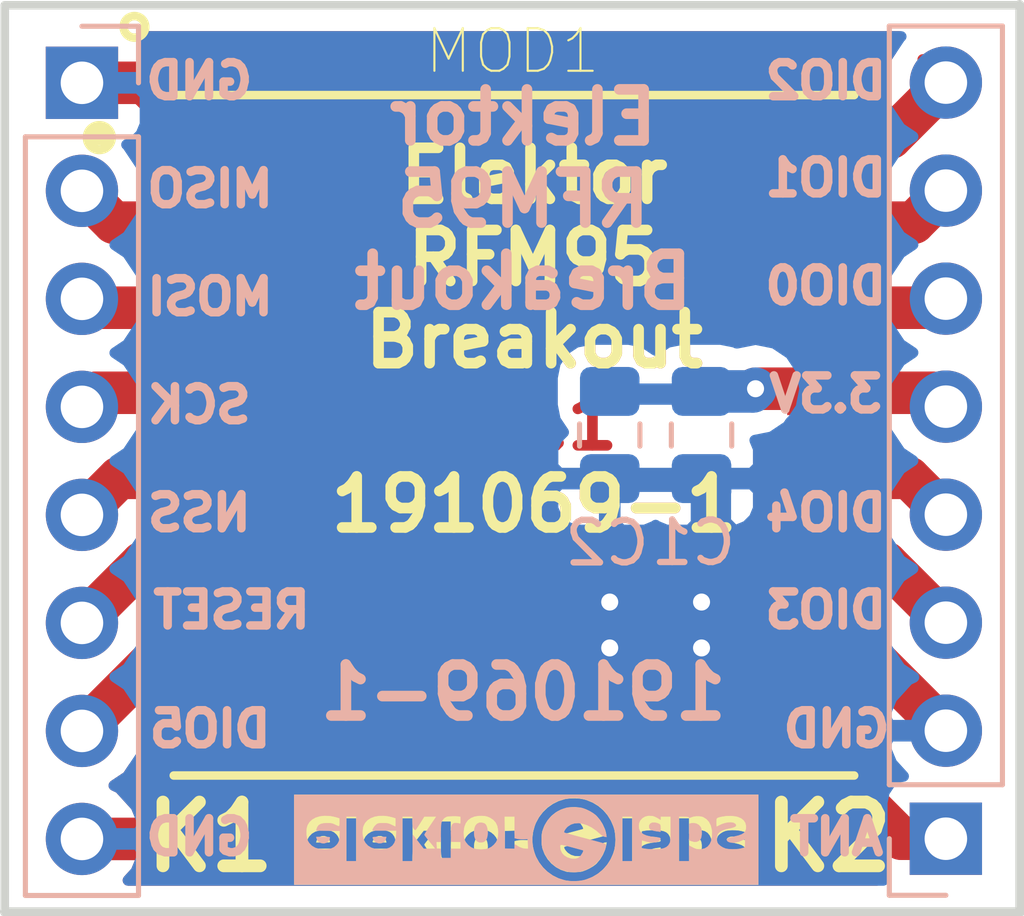
<source format=kicad_pcb>
(kicad_pcb (version 20171130) (host pcbnew "(5.0.2)-1")

  (general
    (thickness 1.6)
    (drawings 30)
    (tracks 83)
    (zones 0)
    (modules 7)
    (nets 15)
  )

  (page A4)
  (layers
    (0 F.Cu signal)
    (31 B.Cu signal)
    (32 B.Adhes user)
    (33 F.Adhes user)
    (34 B.Paste user)
    (35 F.Paste user)
    (36 B.SilkS user)
    (37 F.SilkS user)
    (38 B.Mask user)
    (39 F.Mask user)
    (40 Dwgs.User user)
    (41 Cmts.User user)
    (42 Eco1.User user)
    (43 Eco2.User user)
    (44 Edge.Cuts user)
    (45 Margin user)
    (46 B.CrtYd user)
    (47 F.CrtYd user)
    (48 B.Fab user hide)
    (49 F.Fab user)
  )

  (setup
    (last_trace_width 0.25)
    (user_trace_width 0.5)
    (user_trace_width 0.75)
    (user_trace_width 1)
    (trace_clearance 0.2)
    (zone_clearance 0.508)
    (zone_45_only no)
    (trace_min 0.2)
    (segment_width 0.2)
    (edge_width 0.15)
    (via_size 0.8)
    (via_drill 0.4)
    (via_min_size 0.4)
    (via_min_drill 0.3)
    (uvia_size 0.3)
    (uvia_drill 0.1)
    (uvias_allowed no)
    (uvia_min_size 0.2)
    (uvia_min_drill 0.1)
    (pcb_text_width 0.3)
    (pcb_text_size 1.5 1.5)
    (mod_edge_width 0.15)
    (mod_text_size 1 1)
    (mod_text_width 0.15)
    (pad_size 1.7 1.7)
    (pad_drill 1)
    (pad_to_mask_clearance 0.051)
    (solder_mask_min_width 0.25)
    (aux_axis_origin 0 0)
    (visible_elements 7FFFFFFF)
    (pcbplotparams
      (layerselection 0x010fc_ffffffff)
      (usegerberextensions false)
      (usegerberattributes false)
      (usegerberadvancedattributes false)
      (creategerberjobfile false)
      (excludeedgelayer true)
      (linewidth 0.100000)
      (plotframeref false)
      (viasonmask false)
      (mode 1)
      (useauxorigin false)
      (hpglpennumber 1)
      (hpglpenspeed 20)
      (hpglpendiameter 15.000000)
      (psnegative false)
      (psa4output false)
      (plotreference true)
      (plotvalue true)
      (plotinvisibletext false)
      (padsonsilk false)
      (subtractmaskfromsilk false)
      (outputformat 1)
      (mirror false)
      (drillshape 0)
      (scaleselection 1)
      (outputdirectory "./gerber/"))
  )

  (net 0 "")
  (net 1 GND)
  (net 2 "Net-(C1-Pad1)")
  (net 3 "Net-(K1-Pad2)")
  (net 4 "Net-(K1-Pad3)")
  (net 5 "Net-(K1-Pad4)")
  (net 6 "Net-(K1-Pad5)")
  (net 7 "Net-(K1-Pad6)")
  (net 8 "Net-(K1-Pad7)")
  (net 9 "Net-(K2-Pad8)")
  (net 10 "Net-(K2-Pad7)")
  (net 11 "Net-(K2-Pad6)")
  (net 12 "Net-(K2-Pad4)")
  (net 13 "Net-(K2-Pad3)")
  (net 14 "Net-(K2-Pad1)")

  (net_class Default "This is the default net class."
    (clearance 0.2)
    (trace_width 0.25)
    (via_dia 0.8)
    (via_drill 0.4)
    (uvia_dia 0.3)
    (uvia_drill 0.1)
    (add_net GND)
    (add_net "Net-(C1-Pad1)")
    (add_net "Net-(K1-Pad2)")
    (add_net "Net-(K1-Pad3)")
    (add_net "Net-(K1-Pad4)")
    (add_net "Net-(K1-Pad5)")
    (add_net "Net-(K1-Pad6)")
    (add_net "Net-(K1-Pad7)")
    (add_net "Net-(K2-Pad1)")
    (add_net "Net-(K2-Pad3)")
    (add_net "Net-(K2-Pad4)")
    (add_net "Net-(K2-Pad6)")
    (add_net "Net-(K2-Pad7)")
    (add_net "Net-(K2-Pad8)")
  )

  (module ElektoLogo:LabsLogo (layer B.Cu) (tedit 0) (tstamp 5DB7F039)
    (at 95.5675 77.7875)
    (fp_text reference G*** (at 0 0) (layer B.SilkS) hide
      (effects (font (size 1.524 1.524) (thickness 0.3)) (justify mirror))
    )
    (fp_text value LOGO (at 0.75 0) (layer B.SilkS) hide
      (effects (font (size 1.524 1.524) (thickness 0.3)) (justify mirror))
    )
    (fp_poly (pts (xy 5.461 -1.0541) (xy -5.4483 -1.0541) (xy -5.4483 -0.197299) (xy -5.169414 -0.197299)
      (xy -5.161434 -0.276672) (xy -5.143116 -0.340979) (xy -5.097332 -0.41634) (xy -5.032194 -0.477659)
      (xy -4.950104 -0.524001) (xy -4.853464 -0.554432) (xy -4.744678 -0.568016) (xy -4.626148 -0.563819)
      (xy -4.5847 -0.558277) (xy -4.529484 -0.547893) (xy -4.473849 -0.534807) (xy -4.441825 -0.525603)
      (xy -4.3815 -0.505958) (xy -4.3815 -0.412478) (xy -4.382775 -0.366332) (xy -4.386139 -0.331029)
      (xy -4.390901 -0.313402) (xy -4.391583 -0.312767) (xy -4.407118 -0.314951) (xy -4.438579 -0.326539)
      (xy -4.479426 -0.345089) (xy -4.48319 -0.346943) (xy -4.526005 -0.366868) (xy -4.561831 -0.37893)
      (xy -4.600018 -0.385052) (xy -4.649912 -0.387154) (xy -4.679482 -0.387301) (xy -4.764094 -0.382416)
      (xy -4.827959 -0.366718) (xy -4.874031 -0.338526) (xy -4.905267 -0.296156) (xy -4.92199 -0.249224)
      (xy -4.930228 -0.216402) (xy -4.37515 -0.20955) (xy -4.377131 -0.107225) (xy -4.382701 -0.027647)
      (xy -4.397585 0.035021) (xy -4.424305 0.088343) (xy -4.456019 0.129495) (xy -4.513139 0.178828)
      (xy -4.584476 0.211564) (xy -4.672595 0.228617) (xy -4.74345 0.231721) (xy -4.85784 0.221919)
      (xy -4.9556 0.193324) (xy -5.036446 0.146083) (xy -5.100095 0.080343) (xy -5.130872 0.030213)
      (xy -5.153826 -0.034565) (xy -5.166775 -0.1135) (xy -5.169414 -0.197299) (xy -5.4483 -0.197299)
      (xy -5.4483 0.508) (xy -4.2291 0.508) (xy -4.2291 -0.5461) (xy -3.9878 -0.5461)
      (xy -3.9878 -0.169664) (xy -3.8481 -0.169664) (xy -3.845237 -0.225905) (xy -3.837767 -0.281251)
      (xy -3.828361 -0.320106) (xy -3.789147 -0.397379) (xy -3.73001 -0.461573) (xy -3.653387 -0.511661)
      (xy -3.561715 -0.546614) (xy -3.457432 -0.565405) (xy -3.342974 -0.567003) (xy -3.2639 -0.558277)
      (xy -3.208684 -0.547893) (xy -3.153049 -0.534807) (xy -3.121025 -0.525603) (xy -3.0607 -0.505958)
      (xy -3.0607 -0.405379) (xy -3.061627 -0.358457) (xy -3.064086 -0.323219) (xy -3.067599 -0.305706)
      (xy -3.068667 -0.3048) (xy -3.083166 -0.310032) (xy -3.11404 -0.323837) (xy -3.154969 -0.343372)
      (xy -3.160475 -0.346075) (xy -3.203821 -0.366212) (xy -3.239692 -0.378499) (xy -3.277329 -0.384837)
      (xy -3.325971 -0.387127) (xy -3.361127 -0.38735) (xy -3.419946 -0.386446) (xy -3.459899 -0.382991)
      (xy -3.487478 -0.375863) (xy -3.509176 -0.363944) (xy -3.513009 -0.361165) (xy -3.560539 -0.315496)
      (xy -3.593358 -0.263276) (xy -3.60026 -0.244475) (xy -3.608512 -0.2159) (xy -3.044815 -0.2159)
      (xy -3.050387 -0.10975) (xy -3.064107 -0.006961) (xy -3.093918 0.076595) (xy -3.140525 0.141556)
      (xy -3.204634 0.188557) (xy -3.286951 0.218238) (xy -3.388183 0.231234) (xy -3.429 0.231953)
      (xy -3.540848 0.221235) (xy -3.636911 0.191351) (xy -3.716224 0.14323) (xy -3.777817 0.077798)
      (xy -3.820724 -0.004018) (xy -3.843978 -0.10129) (xy -3.8481 -0.169664) (xy -3.9878 -0.169664)
      (xy -3.9878 0.508) (xy -2.9083 0.508) (xy -2.9083 -0.5461) (xy -2.667 -0.5461)
      (xy -2.667 -0.424235) (xy -2.666159 -0.364056) (xy -2.662929 -0.32286) (xy -2.656255 -0.294263)
      (xy -2.645081 -0.271883) (xy -2.640736 -0.265485) (xy -2.620541 -0.240971) (xy -2.605201 -0.228871)
      (xy -2.603702 -0.2286) (xy -2.593511 -0.238798) (xy -2.572687 -0.266865) (xy -2.543869 -0.309013)
      (xy -2.509691 -0.361451) (xy -2.493442 -0.387114) (xy -2.39395 -0.545629) (xy -2.249828 -0.545864)
      (xy -2.105706 -0.5461) (xy -2.129178 -0.510784) (xy -2.14418 -0.488383) (xy -2.170398 -0.449407)
      (xy -2.204822 -0.398323) (xy -2.244444 -0.339599) (xy -2.270125 -0.301569) (xy -2.309387 -0.242766)
      (xy -2.343076 -0.191001) (xy -2.368817 -0.150034) (xy -2.38423 -0.123626) (xy -2.3876 -0.115822)
      (xy -2.37985 -0.102461) (xy -2.358463 -0.073351) (xy -2.326238 -0.032107) (xy -2.285974 0.017653)
      (xy -2.2606 0.048318) (xy -2.258549 0.0508) (xy -2.109413 0.0508) (xy -2.0066 0.0508)
      (xy -2.0066 -0.146776) (xy -2.00567 -0.220193) (xy -2.00311 -0.289289) (xy -1.999268 -0.347926)
      (xy -1.994489 -0.389966) (xy -1.992214 -0.401485) (xy -1.966679 -0.460476) (xy -1.925313 -0.509238)
      (xy -1.874272 -0.54095) (xy -1.862897 -0.544806) (xy -1.826521 -0.551125) (xy -1.773453 -0.555407)
      (xy -1.712335 -0.557468) (xy -1.651806 -0.557127) (xy -1.600507 -0.554201) (xy -1.576388 -0.550862)
      (xy -1.5367 -0.542925) (xy -1.5367 -0.454253) (xy -1.537316 -0.408095) (xy -1.54005 -0.382609)
      (xy -1.546235 -0.373081) (xy -1.557201 -0.374795) (xy -1.558925 -0.375543) (xy -1.584813 -0.382709)
      (xy -1.623742 -0.38899) (xy -1.640327 -0.39075) (xy -1.681756 -0.389704) (xy -1.713765 -0.376839)
      (xy -1.737209 -0.349913) (xy -1.752945 -0.306684) (xy -1.761832 -0.24491) (xy -1.764699 -0.163086)
      (xy -1.471899 -0.163086) (xy -1.470644 -0.198284) (xy -1.455049 -0.303175) (xy -1.420535 -0.391309)
      (xy -1.367703 -0.462184) (xy -1.297151 -0.515298) (xy -1.20948 -0.550149) (xy -1.105289 -0.566233)
      (xy -1.031089 -0.566488) (xy -0.968502 -0.561604) (xy -0.919591 -0.551989) (xy -0.9035 -0.5461)
      (xy -0.508378 -0.5461) (xy -0.2667 -0.5461) (xy -0.2667 -0.039079) (xy -0.214827 -0.02511)
      (xy -0.176607 -0.01869) (xy -0.123658 -0.014649) (xy -0.066601 -0.013752) (xy -0.059252 -0.013912)
      (xy 0.04445 -0.016681) (xy 0.045922 0.030219) (xy 0.143907 0.030219) (xy 0.150309 -0.120569)
      (xy 0.180099 -0.267797) (xy 0.232672 -0.409225) (xy 0.307423 -0.542611) (xy 0.403747 -0.665714)
      (xy 0.498025 -0.757087) (xy 0.618678 -0.844245) (xy 0.752192 -0.911287) (xy 0.894933 -0.957416)
      (xy 1.043267 -0.981831) (xy 1.193563 -0.983733) (xy 1.342185 -0.962324) (xy 1.38362 -0.951872)
      (xy 1.533338 -0.897676) (xy 1.669389 -0.822711) (xy 1.790313 -0.728487) (xy 1.89465 -0.61651)
      (xy 1.98094 -0.488288) (xy 2.047721 -0.345327) (xy 2.08431 -0.228617) (xy 2.102681 -0.121436)
      (xy 2.108369 -0.002536) (xy 2.101726 0.11865) (xy 2.083101 0.232694) (xy 2.06476 0.29845)
      (xy 2.002043 0.446156) (xy 1.963691 0.508) (xy 2.2606 0.508) (xy 2.2606 -0.5461)
      (xy 2.5019 -0.5461) (xy 2.5019 -0.330061) (xy 2.647073 -0.330061) (xy 2.65769 -0.398839)
      (xy 2.68282 -0.454594) (xy 2.73516 -0.511797) (xy 2.802064 -0.549919) (xy 2.88007 -0.567774)
      (xy 2.965717 -0.564176) (xy 2.989091 -0.559515) (xy 3.028572 -0.545941) (xy 3.075227 -0.523849)
      (xy 3.100216 -0.509542) (xy 3.1623 -0.470949) (xy 3.1623 -0.5461) (xy 3.4036 -0.5461)
      (xy 3.403321 -0.257175) (xy 3.403016 -0.161766) (xy 3.402138 -0.088101) (xy 3.400433 -0.032526)
      (xy 3.397644 0.008615) (xy 3.393517 0.038975) (xy 3.387796 0.062209) (xy 3.380226 0.081972)
      (xy 3.379516 0.083549) (xy 3.347618 0.135388) (xy 3.303278 0.174675) (xy 3.243862 0.202466)
      (xy 3.166739 0.21982) (xy 3.069275 0.227792) (xy 3.01816 0.228601) (xy 2.950649 0.227244)
      (xy 2.882753 0.223598) (xy 2.824398 0.218292) (xy 2.798215 0.214597) (xy 2.7178 0.200593)
      (xy 2.7178 0.106647) (xy 2.718737 0.061462) (xy 2.721213 0.028171) (xy 2.724727 0.013023)
      (xy 2.725353 0.0127) (xy 2.740369 0.016144) (xy 2.77295 0.025223) (xy 2.816394 0.038063)
      (xy 2.82178 0.039695) (xy 2.89648 0.056538) (xy 2.970917 0.063005) (xy 3.03913 0.059378)
      (xy 3.095158 0.045938) (xy 3.1309 0.025072) (xy 3.157272 -0.004023) (xy 3.163832 -0.02511)
      (xy 3.149151 -0.039802) (xy 3.111805 -0.049712) (xy 3.059455 -0.055724) (xy 2.93748 -0.07076)
      (xy 2.8386 -0.093821) (xy 2.761669 -0.125344) (xy 2.705543 -0.165763) (xy 2.677104 -0.201049)
      (xy 2.653474 -0.261008) (xy 2.647073 -0.330061) (xy 2.5019 -0.330061) (xy 2.5019 0.508)
      (xy 3.5941 0.508) (xy 3.5941 -0.5461) (xy 3.708798 -0.5461) (xy 3.766499 -0.545158)
      (xy 3.803226 -0.541884) (xy 3.823352 -0.535603) (xy 3.830718 -0.527282) (xy 3.841129 -0.51527)
      (xy 3.861553 -0.521136) (xy 3.864502 -0.522681) (xy 3.926989 -0.545609) (xy 4.001367 -0.557123)
      (xy 4.077807 -0.556836) (xy 4.146479 -0.544359) (xy 4.17195 -0.534794) (xy 4.249232 -0.485842)
      (xy 4.309117 -0.418789) (xy 4.316053 -0.404859) (xy 4.4704 -0.404859) (xy 4.471095 -0.455325)
      (xy 4.476156 -0.488872) (xy 4.490048 -0.510441) (xy 4.517233 -0.524974) (xy 4.562175 -0.537412)
      (xy 4.5974 -0.545447) (xy 4.70802 -0.562392) (xy 4.82063 -0.565297) (xy 4.926297 -0.554271)
      (xy 4.983896 -0.540642) (xy 5.063819 -0.506179) (xy 5.124069 -0.457528) (xy 5.16346 -0.396115)
      (xy 5.180801 -0.323366) (xy 5.181552 -0.303503) (xy 5.176019 -0.243426) (xy 5.157654 -0.194893)
      (xy 5.123938 -0.155804) (xy 5.072356 -0.124056) (xy 5.00039 -0.09755) (xy 4.907255 -0.074549)
      (xy 4.824875 -0.054705) (xy 4.767238 -0.034879) (xy 4.733691 -0.014542) (xy 4.723583 0.006833)
      (xy 4.73626 0.029777) (xy 4.757761 0.046674) (xy 4.804123 0.064215) (xy 4.865653 0.06924)
      (xy 4.935683 0.062207) (xy 5.007544 0.043576) (xy 5.049733 0.026571) (xy 5.09234 0.007345)
      (xy 5.126262 -0.006653) (xy 5.144735 -0.012647) (xy 5.14546 -0.0127) (xy 5.150656 -0.001004)
      (xy 5.153628 0.030184) (xy 5.153894 0.075017) (xy 5.153559 0.085696) (xy 5.14985 0.184091)
      (xy 5.07365 0.205329) (xy 5.008195 0.218201) (xy 4.929714 0.225536) (xy 4.847046 0.227233)
      (xy 4.769028 0.223192) (xy 4.704501 0.213314) (xy 4.690683 0.209676) (xy 4.627399 0.183947)
      (xy 4.569198 0.147868) (xy 4.523469 0.106649) (xy 4.502605 0.077082) (xy 4.487309 0.02738)
      (xy 4.483475 -0.032513) (xy 4.49083 -0.091296) (xy 4.507751 -0.135523) (xy 4.549364 -0.18124)
      (xy 4.6126 -0.219699) (xy 4.694304 -0.249233) (xy 4.745117 -0.260907) (xy 4.826814 -0.278092)
      (xy 4.884807 -0.294657) (xy 4.92074 -0.311675) (xy 4.936252 -0.330218) (xy 4.932985 -0.351359)
      (xy 4.916149 -0.372695) (xy 4.878032 -0.394401) (xy 4.823104 -0.403886) (xy 4.756526 -0.401672)
      (xy 4.683458 -0.388279) (xy 4.609064 -0.364228) (xy 4.548175 -0.335538) (xy 4.51393 -0.317739)
      (xy 4.488608 -0.306642) (xy 4.4815 -0.3048) (xy 4.47631 -0.316487) (xy 4.472417 -0.347511)
      (xy 4.470494 -0.391818) (xy 4.4704 -0.404859) (xy 4.316053 -0.404859) (xy 4.351079 -0.334521)
      (xy 4.374592 -0.233924) (xy 4.378878 -0.186284) (xy 4.376754 -0.071961) (xy 4.358 0.025158)
      (xy 4.323165 0.104302) (xy 4.272796 0.164698) (xy 4.207442 0.205573) (xy 4.127651 0.226156)
      (xy 4.084478 0.2286) (xy 4.033918 0.226367) (xy 3.991994 0.217599) (xy 3.946909 0.199198)
      (xy 3.918872 0.185092) (xy 3.8354 0.141583) (xy 3.8354 0.508) (xy 3.5941 0.508)
      (xy 2.5019 0.508) (xy 2.2606 0.508) (xy 1.963691 0.508) (xy 1.919438 0.579357)
      (xy 1.81863 0.696478) (xy 1.701304 0.795947) (xy 1.569144 0.876187) (xy 1.423834 0.935626)
      (xy 1.364846 0.952604) (xy 1.270821 0.969518) (xy 1.163403 0.977282) (xy 1.052936 0.975786)
      (xy 0.949764 0.96492) (xy 0.910557 0.957416) (xy 0.764799 0.912032) (xy 0.628602 0.844437)
      (xy 0.504434 0.756809) (xy 0.394763 0.651327) (xy 0.302056 0.530167) (xy 0.228782 0.39551)
      (xy 0.203684 0.333509) (xy 0.161497 0.182325) (xy 0.143907 0.030219) (xy 0.045922 0.030219)
      (xy 0.048101 0.09961) (xy 0.051753 0.2159) (xy 0.003651 0.21583) (xy -0.076075 0.206106)
      (xy -0.154431 0.175742) (xy -0.194555 0.152559) (xy -0.228472 0.131662) (xy -0.252877 0.117766)
      (xy -0.260792 0.1143) (xy -0.264479 0.125587) (xy -0.266542 0.153807) (xy -0.2667 0.165577)
      (xy -0.2667 0.216854) (xy -0.50165 0.20955) (xy -0.508378 -0.5461) (xy -0.9035 -0.5461)
      (xy -0.872704 -0.53483) (xy -0.843827 -0.521291) (xy -0.76551 -0.470613) (xy -0.707366 -0.405288)
      (xy -0.669006 -0.324622) (xy -0.650036 -0.22792) (xy -0.6477 -0.173618) (xy -0.653117 -0.080706)
      (xy -0.670816 -0.005079) (xy -0.702969 0.059282) (xy -0.751749 0.118393) (xy -0.753932 0.120588)
      (xy -0.814745 0.171881) (xy -0.880113 0.206143) (xy -0.956042 0.225567) (xy -1.048537 0.232343)
      (xy -1.06045 0.23241) (xy -1.15514 0.226959) (xy -1.232584 0.209138) (xy -1.298811 0.176744)
      (xy -1.359853 0.127574) (xy -1.367179 0.120378) (xy -1.416991 0.061299) (xy -1.449828 -0.00188)
      (xy -1.46752 -0.074795) (xy -1.471899 -0.163086) (xy -1.764699 -0.163086) (xy -1.764725 -0.162348)
      (xy -1.762964 -0.06985) (xy -1.75895 0.04445) (xy -1.647825 0.04812) (xy -1.5367 0.051789)
      (xy -1.5367 0.2159) (xy -1.7653 0.2159) (xy -1.7653 0.4318) (xy -2.0066 0.4318)
      (xy -2.0066 0.217434) (xy -2.10185 0.20955) (xy -2.105632 0.130175) (xy -2.109413 0.0508)
      (xy -2.258549 0.0508) (xy -2.217091 0.100957) (xy -2.180004 0.146713) (xy -2.152122 0.182081)
      (xy -2.136229 0.203557) (xy -2.1336 0.208255) (xy -2.145435 0.211345) (xy -2.177482 0.213803)
      (xy -2.224557 0.215344) (xy -2.270125 0.215727) (xy -2.40665 0.215554) (xy -2.66065 -0.111804)
      (xy -2.664047 0.198098) (xy -2.667444 0.508001) (xy -2.787872 0.508001) (xy -2.9083 0.508)
      (xy -3.9878 0.508) (xy -4.2291 0.508) (xy -5.4483 0.508) (xy -5.4483 1.0541)
      (xy 5.461 1.0541) (xy 5.461 -1.0541)) (layer B.SilkS) (width 0.01))
    (fp_poly (pts (xy 1.27443 0.747804) (xy 1.397089 0.712377) (xy 1.51216 0.657024) (xy 1.617139 0.582744)
      (xy 1.70952 0.490536) (xy 1.786798 0.381397) (xy 1.846468 0.256325) (xy 1.854773 0.233284)
      (xy 1.868338 0.189136) (xy 1.877355 0.150743) (xy 1.8796 0.132263) (xy 1.880056 0.124933)
      (xy 1.880027 0.11875) (xy 1.877417 0.11304) (xy 1.87013 0.107128) (xy 1.856071 0.10034)
      (xy 1.833143 0.092001) (xy 1.79925 0.081436) (xy 1.752298 0.067971) (xy 1.690189 0.050932)
      (xy 1.610828 0.029643) (xy 1.512119 0.00343) (xy 1.391966 -0.028381) (xy 1.32715 -0.045548)
      (xy 1.227778 -0.072095) (xy 1.136106 -0.096997) (xy 1.055063 -0.119426) (xy 0.987577 -0.138556)
      (xy 0.936576 -0.153558) (xy 0.904989 -0.163606) (xy 0.895758 -0.167428) (xy 0.892406 -0.185832)
      (xy 0.904209 -0.216201) (xy 0.927861 -0.253049) (xy 0.960059 -0.290893) (xy 0.983455 -0.312958)
      (xy 1.05774 -0.360456) (xy 1.142931 -0.386775) (xy 1.236713 -0.392423) (xy 1.336769 -0.377909)
      (xy 1.440783 -0.343741) (xy 1.54644 -0.290426) (xy 1.651422 -0.218473) (xy 1.732556 -0.1486)
      (xy 1.787337 -0.102244) (xy 1.831711 -0.076974) (xy 1.849619 -0.072022) (xy 1.893178 -0.064954)
      (xy 1.885629 -0.111852) (xy 1.855179 -0.233358) (xy 1.805027 -0.351967) (xy 1.738623 -0.461268)
      (xy 1.65942 -0.554852) (xy 1.634498 -0.578182) (xy 1.574328 -0.623302) (xy 1.499219 -0.667857)
      (xy 1.418368 -0.707201) (xy 1.340971 -0.736691) (xy 1.297949 -0.748155) (xy 1.246691 -0.755146)
      (xy 1.180803 -0.7592) (xy 1.108806 -0.760304) (xy 1.039221 -0.758446) (xy 0.98057 -0.753615)
      (xy 0.951383 -0.74865) (xy 0.82196 -0.705329) (xy 0.70388 -0.640568) (xy 0.599516 -0.55669)
      (xy 0.51124 -0.456018) (xy 0.441426 -0.340875) (xy 0.392445 -0.213585) (xy 0.387901 -0.196918)
      (xy 0.375792 -0.128227) (xy 0.3697 -0.044786) (xy 0.369632 0.043572) (xy 0.375591 0.127011)
      (xy 0.37878 0.145276) (xy 0.799419 0.145276) (xy 0.80475 0.128846) (xy 0.818687 0.120412)
      (xy 0.844126 0.119649) (xy 0.883964 0.126232) (xy 0.941096 0.139838) (xy 1.018418 0.16014)
      (xy 1.06894 0.173601) (xy 1.146825 0.194378) (xy 1.216852 0.213169) (xy 1.275129 0.228921)
      (xy 1.317766 0.240582) (xy 1.340874 0.247099) (xy 1.343373 0.247878) (xy 1.349966 0.257868)
      (xy 1.343866 0.281698) (xy 1.328122 0.315581) (xy 1.28323 0.384367) (xy 1.229416 0.429596)
      (xy 1.165118 0.452022) (xy 1.088773 0.452399) (xy 1.055983 0.446856) (xy 0.968278 0.418424)
      (xy 0.896837 0.374427) (xy 0.843844 0.316968) (xy 0.811485 0.24815) (xy 0.802991 0.203424)
      (xy 0.799798 0.170027) (xy 0.799419 0.145276) (xy 0.37878 0.145276) (xy 0.387583 0.195695)
      (xy 0.38771 0.196186) (xy 0.426904 0.30395) (xy 0.485898 0.409694) (xy 0.560361 0.507875)
      (xy 0.645962 0.592946) (xy 0.738371 0.659363) (xy 0.758012 0.670303) (xy 0.885974 0.724557)
      (xy 1.016367 0.754893) (xy 1.146688 0.762309) (xy 1.27443 0.747804)) (layer B.SilkS) (width 0.01))
    (fp_poly (pts (xy -4.696759 0.070432) (xy -4.655291 0.041728) (xy -4.633605 0.015859) (xy -4.623009 -0.004991)
      (xy -4.6228 -0.007043) (xy -4.618421 -0.033129) (xy -4.615092 -0.043411) (xy -4.61455 -0.051737)
      (xy -4.622949 -0.057416) (xy -4.644026 -0.060936) (xy -4.681519 -0.062786) (xy -4.739166 -0.063454)
      (xy -4.768869 -0.0635) (xy -4.930354 -0.0635) (xy -4.921638 -0.028575) (xy -4.897413 0.021335)
      (xy -4.856771 0.057785) (xy -4.805753 0.079181) (xy -4.750402 0.083928) (xy -4.696759 0.070432)) (layer B.SilkS) (width 0.01))
    (fp_poly (pts (xy -3.40704 0.079939) (xy -3.392096 0.076522) (xy -3.342997 0.05377) (xy -3.310657 0.014584)
      (xy -3.295134 -0.028575) (xy -3.286547 -0.0635) (xy -3.44753 -0.0635) (xy -3.513796 -0.063377)
      (xy -3.558571 -0.062521) (xy -3.585761 -0.060202) (xy -3.599274 -0.055688) (xy -3.603017 -0.048247)
      (xy -3.600899 -0.03715) (xy -3.60026 -0.034925) (xy -3.572165 0.020869) (xy -3.527476 0.060282)
      (xy -3.470873 0.080808) (xy -3.40704 0.079939)) (layer B.SilkS) (width 0.01))
    (fp_poly (pts (xy -1.000129 0.053014) (xy -0.954148 0.021597) (xy -0.922552 -0.030684) (xy -0.905385 -0.103765)
      (xy -0.901979 -0.167867) (xy -0.90751 -0.240323) (xy -0.922489 -0.302991) (xy -0.945183 -0.350776)
      (xy -0.973646 -0.378472) (xy -1.014539 -0.392809) (xy -1.06136 -0.399668) (xy -1.098021 -0.397255)
      (xy -1.150036 -0.372245) (xy -1.18736 -0.327628) (xy -1.210279 -0.262853) (xy -1.219079 -0.177374)
      (xy -1.2192 -0.164435) (xy -1.211845 -0.077945) (xy -1.18989 -0.011777) (xy -1.153501 0.03383)
      (xy -1.102846 0.058636) (xy -1.06045 0.0635) (xy -1.000129 0.053014)) (layer B.SilkS) (width 0.01))
    (fp_poly (pts (xy 3.1623 -0.26912) (xy 3.161408 -0.313941) (xy 3.156972 -0.340871) (xy 3.146348 -0.357405)
      (xy 3.126894 -0.371037) (xy 3.126215 -0.371439) (xy 3.082038 -0.389304) (xy 3.028952 -0.399681)
      (xy 2.980012 -0.40043) (xy 2.96545 -0.397807) (xy 2.923127 -0.375482) (xy 2.899467 -0.33803)
      (xy 2.8956 -0.31115) (xy 2.901942 -0.274882) (xy 2.922793 -0.24681) (xy 2.960886 -0.225367)
      (xy 3.018954 -0.208989) (xy 3.095625 -0.19663) (xy 3.1623 -0.188116) (xy 3.1623 -0.26912)) (layer B.SilkS) (width 0.01))
    (fp_poly (pts (xy 4.01694 0.044663) (xy 4.068486 0.021303) (xy 4.106164 -0.021254) (xy 4.109109 -0.026675)
      (xy 4.122887 -0.070339) (xy 4.129593 -0.127984) (xy 4.129317 -0.19021) (xy 4.122151 -0.24762)
      (xy 4.108185 -0.290814) (xy 4.106518 -0.29382) (xy 4.062711 -0.345025) (xy 4.004522 -0.377238)
      (xy 3.936111 -0.388823) (xy 3.87985 -0.38283) (xy 3.84175 -0.374427) (xy 3.838252 -0.182372)
      (xy 3.834754 0.009684) (xy 3.886134 0.030242) (xy 3.954999 0.047938) (xy 4.01694 0.044663)) (layer B.SilkS) (width 0.01))
  )

  (module Connector_PinHeader_2.54mm:PinHeader_1x08_P2.54mm_Vertical locked (layer B.Cu) (tedit 5DE77527) (tstamp 5D901CFF)
    (at 85.12556 59.98972 180)
    (descr "Through hole straight pin header, 1x08, 2.54mm pitch, single row")
    (tags "Through hole pin header THT 1x08 2.54mm single row")
    (path /5D888D48)
    (fp_text reference K1 (at -2.25044 -17.98828 180) (layer F.SilkS) hide
      (effects (font (size 1 1) (thickness 0.15)))
    )
    (fp_text value Conn_01x08_Male (at 0 -20.11 180) (layer B.Fab)
      (effects (font (size 1 1) (thickness 0.15)) (justify mirror))
    )
    (fp_line (start -0.635 1.27) (end 1.27 1.27) (layer B.Fab) (width 0.1))
    (fp_line (start 1.27 1.27) (end 1.27 -19.05) (layer B.Fab) (width 0.1))
    (fp_line (start 1.27 -19.05) (end -1.27 -19.05) (layer B.Fab) (width 0.1))
    (fp_line (start -1.27 -19.05) (end -1.27 0.635) (layer B.Fab) (width 0.1))
    (fp_line (start -1.27 0.635) (end -0.635 1.27) (layer B.Fab) (width 0.1))
    (fp_line (start -1.33 -19.11) (end 1.33 -19.11) (layer B.SilkS) (width 0.12))
    (fp_line (start -1.33 -1.27) (end -1.33 -19.11) (layer B.SilkS) (width 0.12))
    (fp_line (start 1.33 -1.27) (end 1.33 -19.11) (layer B.SilkS) (width 0.12))
    (fp_line (start -1.33 -1.27) (end 1.33 -1.27) (layer B.SilkS) (width 0.12))
    (fp_line (start -1.33 0) (end -1.33 1.33) (layer B.SilkS) (width 0.12))
    (fp_line (start -1.33 1.33) (end 0 1.33) (layer B.SilkS) (width 0.12))
    (fp_line (start -1.8 1.8) (end -1.8 -19.55) (layer B.CrtYd) (width 0.05))
    (fp_line (start -1.8 -19.55) (end 1.8 -19.55) (layer B.CrtYd) (width 0.05))
    (fp_line (start 1.8 -19.55) (end 1.8 1.8) (layer B.CrtYd) (width 0.05))
    (fp_line (start 1.8 1.8) (end -1.8 1.8) (layer B.CrtYd) (width 0.05))
    (fp_text user %R (at 0 -8.89 90) (layer B.Fab)
      (effects (font (size 1 1) (thickness 0.15)) (justify mirror))
    )
    (pad 1 thru_hole rect (at 0 0 180) (size 1.7 1.7) (drill 1) (layers *.Cu *.Mask)
      (net 1 GND))
    (pad 2 thru_hole oval (at 0 -2.54 180) (size 1.7 1.7) (drill 1) (layers *.Cu *.Mask)
      (net 3 "Net-(K1-Pad2)"))
    (pad 3 thru_hole oval (at 0 -5.08 180) (size 1.7 1.7) (drill 1) (layers *.Cu *.Mask)
      (net 4 "Net-(K1-Pad3)"))
    (pad 4 thru_hole oval (at 0 -7.62 180) (size 1.7 1.7) (drill 1) (layers *.Cu *.Mask)
      (net 5 "Net-(K1-Pad4)"))
    (pad 5 thru_hole oval (at 0 -10.16 180) (size 1.7 1.7) (drill 1) (layers *.Cu *.Mask)
      (net 6 "Net-(K1-Pad5)"))
    (pad 6 thru_hole oval (at 0 -12.7 180) (size 1.7 1.7) (drill 1) (layers *.Cu *.Mask)
      (net 7 "Net-(K1-Pad6)"))
    (pad 7 thru_hole oval (at 0 -15.24 180) (size 1.7 1.7) (drill 1) (layers *.Cu *.Mask)
      (net 8 "Net-(K1-Pad7)"))
    (pad 8 thru_hole oval (at 0 -17.78 180) (size 1.7 1.7) (drill 1) (layers *.Cu *.Mask)
      (net 1 GND))
    (model ${KISYS3DMOD}/Connector_PinHeader_2.54mm.3dshapes/PinHeader_1x08_P2.54mm_Vertical.wrl
      (at (xyz 0 0 0))
      (scale (xyz 1 1 1))
      (rotate (xyz 0 0 0))
    )
  )

  (module Connector_PinHeader_2.54mm:PinHeader_1x08_P2.54mm_Vertical locked (layer B.Cu) (tedit 5DE77538) (tstamp 5D901D1B)
    (at 105.44048 77.76464)
    (descr "Through hole straight pin header, 1x08, 2.54mm pitch, single row")
    (tags "Through hole pin header THT 1x08 2.54mm single row")
    (path /5D888DE5)
    (fp_text reference K2 (at -2.31648 0.97536) (layer F.SilkS) hide
      (effects (font (size 1 1) (thickness 0.15)))
    )
    (fp_text value Conn_01x08_Male (at 0 -20.11) (layer B.Fab)
      (effects (font (size 1 1) (thickness 0.15)) (justify mirror))
    )
    (fp_text user %R (at 0 -8.89 -90) (layer B.Fab)
      (effects (font (size 1 1) (thickness 0.15)) (justify mirror))
    )
    (fp_line (start 1.8 1.8) (end -1.8 1.8) (layer B.CrtYd) (width 0.05))
    (fp_line (start 1.8 -19.55) (end 1.8 1.8) (layer B.CrtYd) (width 0.05))
    (fp_line (start -1.8 -19.55) (end 1.8 -19.55) (layer B.CrtYd) (width 0.05))
    (fp_line (start -1.8 1.8) (end -1.8 -19.55) (layer B.CrtYd) (width 0.05))
    (fp_line (start -1.33 1.33) (end 0 1.33) (layer B.SilkS) (width 0.12))
    (fp_line (start -1.33 0) (end -1.33 1.33) (layer B.SilkS) (width 0.12))
    (fp_line (start -1.33 -1.27) (end 1.33 -1.27) (layer B.SilkS) (width 0.12))
    (fp_line (start 1.33 -1.27) (end 1.33 -19.11) (layer B.SilkS) (width 0.12))
    (fp_line (start -1.33 -1.27) (end -1.33 -19.11) (layer B.SilkS) (width 0.12))
    (fp_line (start -1.33 -19.11) (end 1.33 -19.11) (layer B.SilkS) (width 0.12))
    (fp_line (start -1.27 0.635) (end -0.635 1.27) (layer B.Fab) (width 0.1))
    (fp_line (start -1.27 -19.05) (end -1.27 0.635) (layer B.Fab) (width 0.1))
    (fp_line (start 1.27 -19.05) (end -1.27 -19.05) (layer B.Fab) (width 0.1))
    (fp_line (start 1.27 1.27) (end 1.27 -19.05) (layer B.Fab) (width 0.1))
    (fp_line (start -0.635 1.27) (end 1.27 1.27) (layer B.Fab) (width 0.1))
    (pad 8 thru_hole oval (at 0 -17.78) (size 1.7 1.7) (drill 1) (layers *.Cu *.Mask)
      (net 9 "Net-(K2-Pad8)"))
    (pad 7 thru_hole oval (at 0 -15.24) (size 1.7 1.7) (drill 1) (layers *.Cu *.Mask)
      (net 10 "Net-(K2-Pad7)"))
    (pad 6 thru_hole oval (at 0 -12.7) (size 1.7 1.7) (drill 1) (layers *.Cu *.Mask)
      (net 11 "Net-(K2-Pad6)"))
    (pad 5 thru_hole oval (at 0 -10.16) (size 1.7 1.7) (drill 1) (layers *.Cu *.Mask)
      (net 2 "Net-(C1-Pad1)"))
    (pad 4 thru_hole oval (at 0 -7.62) (size 1.7 1.7) (drill 1) (layers *.Cu *.Mask)
      (net 12 "Net-(K2-Pad4)"))
    (pad 3 thru_hole oval (at 0 -5.08) (size 1.7 1.7) (drill 1) (layers *.Cu *.Mask)
      (net 13 "Net-(K2-Pad3)"))
    (pad 2 thru_hole oval (at 0 -2.54) (size 1.7 1.7) (drill 1) (layers *.Cu *.Mask)
      (net 1 GND))
    (pad 1 thru_hole rect (at 0 0) (size 1.7 1.7) (drill 1) (layers *.Cu *.Mask)
      (net 14 "Net-(K2-Pad1)"))
    (model ${KISYS3DMOD}/Connector_PinHeader_2.54mm.3dshapes/PinHeader_1x08_P2.54mm_Vertical.wrl
      (at (xyz 0 0 0))
      (scale (xyz 1 1 1))
      (rotate (xyz 0 0 0))
    )
  )

  (module RFM95W-868S2:XCVR_RFM95W-868S2 (layer F.Cu) (tedit 5DA7108B) (tstamp 5D901D39)
    (at 95.284 68.2785)
    (path /5D888AA0)
    (attr smd)
    (fp_text reference MOD1 (at -0.034 -9.033) (layer F.SilkS)
      (effects (font (size 1.00191 1.00191) (thickness 0.05)))
    )
    (fp_text value RFM95W-868S2 (at 0.1016 -6.99008) (layer F.SilkS) hide
      (effects (font (size 1.00181 1.00181) (thickness 0.05)))
    )
    (fp_line (start -8 -8) (end 8 -8) (layer F.SilkS) (width 0.2))
    (fp_line (start 8 -8) (end 8 8) (layer Eco2.User) (width 0.2))
    (fp_line (start 8 8) (end -8 8) (layer F.SilkS) (width 0.2))
    (fp_line (start -8 8) (end -8 -8) (layer Eco2.User) (width 0.2))
    (fp_line (start -8.65 -8.25) (end 8.65 -8.25) (layer Eco1.User) (width 0.05))
    (fp_line (start 8.65 -8.25) (end 8.65 8.25) (layer Eco1.User) (width 0.05))
    (fp_line (start 8.65 8.25) (end -8.65 8.25) (layer Eco1.User) (width 0.05))
    (fp_line (start -8.65 8.25) (end -8.65 -8.25) (layer Eco1.User) (width 0.05))
    (fp_circle (center -9.75 -7) (end -9.45845 -7) (layer F.SilkS) (width 0.2))
    (fp_poly (pts (xy -10.0115 -7.2) (xy -9.5 -7.2) (xy -9.5 -6.8078) (xy -10.0115 -6.8078)) (layer F.SilkS) (width 0))
    (pad 1 smd rect (at -7.4 -7) (size 1.95 1.05) (layers F.Cu F.Paste F.Mask)
      (net 1 GND))
    (pad 2 smd rect (at -7.4 -5) (size 1.95 1.05) (layers F.Cu F.Paste F.Mask)
      (net 3 "Net-(K1-Pad2)"))
    (pad 3 smd rect (at -7.4 -3) (size 1.95 1.05) (layers F.Cu F.Paste F.Mask)
      (net 4 "Net-(K1-Pad3)"))
    (pad 4 smd rect (at -7.4 -1) (size 1.95 1.05) (layers F.Cu F.Paste F.Mask)
      (net 5 "Net-(K1-Pad4)"))
    (pad 5 smd rect (at -7.4 1) (size 1.95 1.05) (layers F.Cu F.Paste F.Mask)
      (net 6 "Net-(K1-Pad5)"))
    (pad 6 smd rect (at -7.4 3) (size 1.95 1.05) (layers F.Cu F.Paste F.Mask)
      (net 7 "Net-(K1-Pad6)"))
    (pad 7 smd rect (at -7.4 5) (size 1.95 1.05) (layers F.Cu F.Paste F.Mask)
      (net 8 "Net-(K1-Pad7)"))
    (pad 8 smd rect (at -7.4 7) (size 1.95 1.05) (layers F.Cu F.Paste F.Mask)
      (net 1 GND))
    (pad 9 smd rect (at 7.4 7 180) (size 1.95 1.05) (layers F.Cu F.Paste F.Mask)
      (net 14 "Net-(K2-Pad1)"))
    (pad 10 smd rect (at 7.4 5 180) (size 1.95 1.05) (layers F.Cu F.Paste F.Mask)
      (net 1 GND))
    (pad 11 smd rect (at 7.4 3 180) (size 1.95 1.05) (layers F.Cu F.Paste F.Mask)
      (net 13 "Net-(K2-Pad3)"))
    (pad 12 smd rect (at 7.4 1 180) (size 1.95 1.05) (layers F.Cu F.Paste F.Mask)
      (net 12 "Net-(K2-Pad4)"))
    (pad 13 smd rect (at 7.4 -1 180) (size 1.95 1.05) (layers F.Cu F.Paste F.Mask)
      (net 2 "Net-(C1-Pad1)"))
    (pad 14 smd rect (at 7.4 -3 180) (size 1.95 1.05) (layers F.Cu F.Paste F.Mask)
      (net 11 "Net-(K2-Pad6)"))
    (pad 15 smd rect (at 7.4 -5 180) (size 1.95 1.05) (layers F.Cu F.Paste F.Mask)
      (net 10 "Net-(K2-Pad7)"))
    (pad 16 smd rect (at 7.4 -7 180) (size 1.95 1.05) (layers F.Cu F.Paste F.Mask)
      (net 9 "Net-(K2-Pad8)"))
    (model "D:/Projects/LoRa Tracker/LoRa_Tracker/Component_Libs/RFM95W-868S2/RFM95W-915S2--3DModel-STEP-56544.STEP"
      (at (xyz 0 0 0))
      (scale (xyz 1 1 1))
      (rotate (xyz -90 0 0))
    )
  )

  (module Capacitor_SMD:C_0805_2012Metric_Pad1.15x1.40mm_HandSolder (layer B.Cu) (tedit 5DAD5FB5) (tstamp 5DAD614E)
    (at 99.695 68.2715 270)
    (descr "Capacitor SMD 0805 (2012 Metric), square (rectangular) end terminal, IPC_7351 nominal with elongated pad for handsoldering. (Body size source: https://docs.google.com/spreadsheets/d/1BsfQQcO9C6DZCsRaXUlFlo91Tg2WpOkGARC1WS5S8t0/edit?usp=sharing), generated with kicad-footprint-generator")
    (tags "capacitor handsolder")
    (path /5D888C39)
    (attr smd)
    (fp_text reference C1 (at 2.531 0.1905) (layer B.SilkS)
      (effects (font (size 1 1) (thickness 0.15)) (justify mirror))
    )
    (fp_text value "100nF / 10V" (at 0 -1.65 270) (layer B.Fab)
      (effects (font (size 1 1) (thickness 0.15)) (justify mirror))
    )
    (fp_line (start -1 -0.6) (end -1 0.6) (layer B.Fab) (width 0.1))
    (fp_line (start -1 0.6) (end 1 0.6) (layer B.Fab) (width 0.1))
    (fp_line (start 1 0.6) (end 1 -0.6) (layer B.Fab) (width 0.1))
    (fp_line (start 1 -0.6) (end -1 -0.6) (layer B.Fab) (width 0.1))
    (fp_line (start -0.261252 0.71) (end 0.261252 0.71) (layer B.SilkS) (width 0.12))
    (fp_line (start -0.261252 -0.71) (end 0.261252 -0.71) (layer B.SilkS) (width 0.12))
    (fp_line (start -1.85 -0.95) (end -1.85 0.95) (layer B.CrtYd) (width 0.05))
    (fp_line (start -1.85 0.95) (end 1.85 0.95) (layer B.CrtYd) (width 0.05))
    (fp_line (start 1.85 0.95) (end 1.85 -0.95) (layer B.CrtYd) (width 0.05))
    (fp_line (start 1.85 -0.95) (end -1.85 -0.95) (layer B.CrtYd) (width 0.05))
    (fp_text user %R (at -2.4855 0.8255 270) (layer B.Fab)
      (effects (font (size 0.5 0.5) (thickness 0.08)) (justify mirror))
    )
    (pad 1 smd roundrect (at -1.025 0 270) (size 1.15 1.4) (layers B.Cu B.Paste B.Mask) (roundrect_rratio 0.217391)
      (net 2 "Net-(C1-Pad1)"))
    (pad 2 smd roundrect (at 1.025 0 270) (size 1.15 1.4) (layers B.Cu B.Paste B.Mask) (roundrect_rratio 0.217391)
      (net 1 GND))
    (model ${KISYS3DMOD}/Capacitor_SMD.3dshapes/C_0805_2012Metric.wrl
      (at (xyz 0 0 0))
      (scale (xyz 1 1 1))
      (rotate (xyz 0 0 0))
    )
  )

  (module Capacitor_SMD:C_0805_2012Metric_Pad1.15x1.40mm_HandSolder (layer B.Cu) (tedit 5B36C52B) (tstamp 5DAD615F)
    (at 97.536 68.2715 270)
    (descr "Capacitor SMD 0805 (2012 Metric), square (rectangular) end terminal, IPC_7351 nominal with elongated pad for handsoldering. (Body size source: https://docs.google.com/spreadsheets/d/1BsfQQcO9C6DZCsRaXUlFlo91Tg2WpOkGARC1WS5S8t0/edit?usp=sharing), generated with kicad-footprint-generator")
    (tags "capacitor handsolder")
    (path /5D888C9A)
    (attr smd)
    (fp_text reference C2 (at 2.54 0.0635) (layer B.SilkS)
      (effects (font (size 1 1) (thickness 0.15)) (justify mirror))
    )
    (fp_text value "4.7µF / 10V" (at 0 -1.65 270) (layer B.Fab)
      (effects (font (size 1 1) (thickness 0.15)) (justify mirror))
    )
    (fp_text user %R (at 0 0 270) (layer B.Fab)
      (effects (font (size 0.5 0.5) (thickness 0.08)) (justify mirror))
    )
    (fp_line (start 1.85 -0.95) (end -1.85 -0.95) (layer B.CrtYd) (width 0.05))
    (fp_line (start 1.85 0.95) (end 1.85 -0.95) (layer B.CrtYd) (width 0.05))
    (fp_line (start -1.85 0.95) (end 1.85 0.95) (layer B.CrtYd) (width 0.05))
    (fp_line (start -1.85 -0.95) (end -1.85 0.95) (layer B.CrtYd) (width 0.05))
    (fp_line (start -0.261252 -0.71) (end 0.261252 -0.71) (layer B.SilkS) (width 0.12))
    (fp_line (start -0.261252 0.71) (end 0.261252 0.71) (layer B.SilkS) (width 0.12))
    (fp_line (start 1 -0.6) (end -1 -0.6) (layer B.Fab) (width 0.1))
    (fp_line (start 1 0.6) (end 1 -0.6) (layer B.Fab) (width 0.1))
    (fp_line (start -1 0.6) (end 1 0.6) (layer B.Fab) (width 0.1))
    (fp_line (start -1 -0.6) (end -1 0.6) (layer B.Fab) (width 0.1))
    (pad 2 smd roundrect (at 1.025 0 270) (size 1.15 1.4) (layers B.Cu B.Paste B.Mask) (roundrect_rratio 0.217391)
      (net 1 GND))
    (pad 1 smd roundrect (at -1.025 0 270) (size 1.15 1.4) (layers B.Cu B.Paste B.Mask) (roundrect_rratio 0.217391)
      (net 2 "Net-(C1-Pad1)"))
    (model ${KISYS3DMOD}/Capacitor_SMD.3dshapes/C_0805_2012Metric.wrl
      (at (xyz 0 0 0))
      (scale (xyz 1 1 1))
      (rotate (xyz 0 0 0))
    )
  )

  (module ElektoLogo:LabsLogo (layer F.Cu) (tedit 0) (tstamp 5DB7F010)
    (at 95.5675 77.7875)
    (fp_text reference G*** (at 0 0) (layer F.SilkS) hide
      (effects (font (size 1.524 1.524) (thickness 0.3)))
    )
    (fp_text value LOGO (at 0.75 0) (layer F.SilkS) hide
      (effects (font (size 1.524 1.524) (thickness 0.3)))
    )
    (fp_poly (pts (xy 4.01694 -0.044663) (xy 4.068486 -0.021303) (xy 4.106164 0.021254) (xy 4.109109 0.026675)
      (xy 4.122887 0.070339) (xy 4.129593 0.127984) (xy 4.129317 0.19021) (xy 4.122151 0.24762)
      (xy 4.108185 0.290814) (xy 4.106518 0.29382) (xy 4.062711 0.345025) (xy 4.004522 0.377238)
      (xy 3.936111 0.388823) (xy 3.87985 0.38283) (xy 3.84175 0.374427) (xy 3.838252 0.182372)
      (xy 3.834754 -0.009684) (xy 3.886134 -0.030242) (xy 3.954999 -0.047938) (xy 4.01694 -0.044663)) (layer F.SilkS) (width 0.01))
    (fp_poly (pts (xy 3.1623 0.26912) (xy 3.161408 0.313941) (xy 3.156972 0.340871) (xy 3.146348 0.357405)
      (xy 3.126894 0.371037) (xy 3.126215 0.371439) (xy 3.082038 0.389304) (xy 3.028952 0.399681)
      (xy 2.980012 0.40043) (xy 2.96545 0.397807) (xy 2.923127 0.375482) (xy 2.899467 0.33803)
      (xy 2.8956 0.31115) (xy 2.901942 0.274882) (xy 2.922793 0.24681) (xy 2.960886 0.225367)
      (xy 3.018954 0.208989) (xy 3.095625 0.19663) (xy 3.1623 0.188116) (xy 3.1623 0.26912)) (layer F.SilkS) (width 0.01))
    (fp_poly (pts (xy -1.000129 -0.053014) (xy -0.954148 -0.021597) (xy -0.922552 0.030684) (xy -0.905385 0.103765)
      (xy -0.901979 0.167867) (xy -0.90751 0.240323) (xy -0.922489 0.302991) (xy -0.945183 0.350776)
      (xy -0.973646 0.378472) (xy -1.014539 0.392809) (xy -1.06136 0.399668) (xy -1.098021 0.397255)
      (xy -1.150036 0.372245) (xy -1.18736 0.327628) (xy -1.210279 0.262853) (xy -1.219079 0.177374)
      (xy -1.2192 0.164435) (xy -1.211845 0.077945) (xy -1.18989 0.011777) (xy -1.153501 -0.03383)
      (xy -1.102846 -0.058636) (xy -1.06045 -0.0635) (xy -1.000129 -0.053014)) (layer F.SilkS) (width 0.01))
    (fp_poly (pts (xy -3.40704 -0.079939) (xy -3.392096 -0.076522) (xy -3.342997 -0.05377) (xy -3.310657 -0.014584)
      (xy -3.295134 0.028575) (xy -3.286547 0.0635) (xy -3.44753 0.0635) (xy -3.513796 0.063377)
      (xy -3.558571 0.062521) (xy -3.585761 0.060202) (xy -3.599274 0.055688) (xy -3.603017 0.048247)
      (xy -3.600899 0.03715) (xy -3.60026 0.034925) (xy -3.572165 -0.020869) (xy -3.527476 -0.060282)
      (xy -3.470873 -0.080808) (xy -3.40704 -0.079939)) (layer F.SilkS) (width 0.01))
    (fp_poly (pts (xy -4.696759 -0.070432) (xy -4.655291 -0.041728) (xy -4.633605 -0.015859) (xy -4.623009 0.004991)
      (xy -4.6228 0.007043) (xy -4.618421 0.033129) (xy -4.615092 0.043411) (xy -4.61455 0.051737)
      (xy -4.622949 0.057416) (xy -4.644026 0.060936) (xy -4.681519 0.062786) (xy -4.739166 0.063454)
      (xy -4.768869 0.0635) (xy -4.930354 0.0635) (xy -4.921638 0.028575) (xy -4.897413 -0.021335)
      (xy -4.856771 -0.057785) (xy -4.805753 -0.079181) (xy -4.750402 -0.083928) (xy -4.696759 -0.070432)) (layer F.SilkS) (width 0.01))
    (fp_poly (pts (xy 1.27443 -0.747804) (xy 1.397089 -0.712377) (xy 1.51216 -0.657024) (xy 1.617139 -0.582744)
      (xy 1.70952 -0.490536) (xy 1.786798 -0.381397) (xy 1.846468 -0.256325) (xy 1.854773 -0.233284)
      (xy 1.868338 -0.189136) (xy 1.877355 -0.150743) (xy 1.8796 -0.132263) (xy 1.880056 -0.124933)
      (xy 1.880027 -0.11875) (xy 1.877417 -0.11304) (xy 1.87013 -0.107128) (xy 1.856071 -0.10034)
      (xy 1.833143 -0.092001) (xy 1.79925 -0.081436) (xy 1.752298 -0.067971) (xy 1.690189 -0.050932)
      (xy 1.610828 -0.029643) (xy 1.512119 -0.00343) (xy 1.391966 0.028381) (xy 1.32715 0.045548)
      (xy 1.227778 0.072095) (xy 1.136106 0.096997) (xy 1.055063 0.119426) (xy 0.987577 0.138556)
      (xy 0.936576 0.153558) (xy 0.904989 0.163606) (xy 0.895758 0.167428) (xy 0.892406 0.185832)
      (xy 0.904209 0.216201) (xy 0.927861 0.253049) (xy 0.960059 0.290893) (xy 0.983455 0.312958)
      (xy 1.05774 0.360456) (xy 1.142931 0.386775) (xy 1.236713 0.392423) (xy 1.336769 0.377909)
      (xy 1.440783 0.343741) (xy 1.54644 0.290426) (xy 1.651422 0.218473) (xy 1.732556 0.1486)
      (xy 1.787337 0.102244) (xy 1.831711 0.076974) (xy 1.849619 0.072022) (xy 1.893178 0.064954)
      (xy 1.885629 0.111852) (xy 1.855179 0.233358) (xy 1.805027 0.351967) (xy 1.738623 0.461268)
      (xy 1.65942 0.554852) (xy 1.634498 0.578182) (xy 1.574328 0.623302) (xy 1.499219 0.667857)
      (xy 1.418368 0.707201) (xy 1.340971 0.736691) (xy 1.297949 0.748155) (xy 1.246691 0.755146)
      (xy 1.180803 0.7592) (xy 1.108806 0.760304) (xy 1.039221 0.758446) (xy 0.98057 0.753615)
      (xy 0.951383 0.74865) (xy 0.82196 0.705329) (xy 0.70388 0.640568) (xy 0.599516 0.55669)
      (xy 0.51124 0.456018) (xy 0.441426 0.340875) (xy 0.392445 0.213585) (xy 0.387901 0.196918)
      (xy 0.375792 0.128227) (xy 0.3697 0.044786) (xy 0.369632 -0.043572) (xy 0.375591 -0.127011)
      (xy 0.37878 -0.145276) (xy 0.799419 -0.145276) (xy 0.80475 -0.128846) (xy 0.818687 -0.120412)
      (xy 0.844126 -0.119649) (xy 0.883964 -0.126232) (xy 0.941096 -0.139838) (xy 1.018418 -0.16014)
      (xy 1.06894 -0.173601) (xy 1.146825 -0.194378) (xy 1.216852 -0.213169) (xy 1.275129 -0.228921)
      (xy 1.317766 -0.240582) (xy 1.340874 -0.247099) (xy 1.343373 -0.247878) (xy 1.349966 -0.257868)
      (xy 1.343866 -0.281698) (xy 1.328122 -0.315581) (xy 1.28323 -0.384367) (xy 1.229416 -0.429596)
      (xy 1.165118 -0.452022) (xy 1.088773 -0.452399) (xy 1.055983 -0.446856) (xy 0.968278 -0.418424)
      (xy 0.896837 -0.374427) (xy 0.843844 -0.316968) (xy 0.811485 -0.24815) (xy 0.802991 -0.203424)
      (xy 0.799798 -0.170027) (xy 0.799419 -0.145276) (xy 0.37878 -0.145276) (xy 0.387583 -0.195695)
      (xy 0.38771 -0.196186) (xy 0.426904 -0.30395) (xy 0.485898 -0.409694) (xy 0.560361 -0.507875)
      (xy 0.645962 -0.592946) (xy 0.738371 -0.659363) (xy 0.758012 -0.670303) (xy 0.885974 -0.724557)
      (xy 1.016367 -0.754893) (xy 1.146688 -0.762309) (xy 1.27443 -0.747804)) (layer F.SilkS) (width 0.01))
    (fp_poly (pts (xy 5.461 1.0541) (xy -5.4483 1.0541) (xy -5.4483 0.197299) (xy -5.169414 0.197299)
      (xy -5.161434 0.276672) (xy -5.143116 0.340979) (xy -5.097332 0.41634) (xy -5.032194 0.477659)
      (xy -4.950104 0.524001) (xy -4.853464 0.554432) (xy -4.744678 0.568016) (xy -4.626148 0.563819)
      (xy -4.5847 0.558277) (xy -4.529484 0.547893) (xy -4.473849 0.534807) (xy -4.441825 0.525603)
      (xy -4.3815 0.505958) (xy -4.3815 0.412478) (xy -4.382775 0.366332) (xy -4.386139 0.331029)
      (xy -4.390901 0.313402) (xy -4.391583 0.312767) (xy -4.407118 0.314951) (xy -4.438579 0.326539)
      (xy -4.479426 0.345089) (xy -4.48319 0.346943) (xy -4.526005 0.366868) (xy -4.561831 0.37893)
      (xy -4.600018 0.385052) (xy -4.649912 0.387154) (xy -4.679482 0.387301) (xy -4.764094 0.382416)
      (xy -4.827959 0.366718) (xy -4.874031 0.338526) (xy -4.905267 0.296156) (xy -4.92199 0.249224)
      (xy -4.930228 0.216402) (xy -4.37515 0.20955) (xy -4.377131 0.107225) (xy -4.382701 0.027647)
      (xy -4.397585 -0.035021) (xy -4.424305 -0.088343) (xy -4.456019 -0.129495) (xy -4.513139 -0.178828)
      (xy -4.584476 -0.211564) (xy -4.672595 -0.228617) (xy -4.74345 -0.231721) (xy -4.85784 -0.221919)
      (xy -4.9556 -0.193324) (xy -5.036446 -0.146083) (xy -5.100095 -0.080343) (xy -5.130872 -0.030213)
      (xy -5.153826 0.034565) (xy -5.166775 0.1135) (xy -5.169414 0.197299) (xy -5.4483 0.197299)
      (xy -5.4483 -0.508) (xy -4.2291 -0.508) (xy -4.2291 0.5461) (xy -3.9878 0.5461)
      (xy -3.9878 0.169664) (xy -3.8481 0.169664) (xy -3.845237 0.225905) (xy -3.837767 0.281251)
      (xy -3.828361 0.320106) (xy -3.789147 0.397379) (xy -3.73001 0.461573) (xy -3.653387 0.511661)
      (xy -3.561715 0.546614) (xy -3.457432 0.565405) (xy -3.342974 0.567003) (xy -3.2639 0.558277)
      (xy -3.208684 0.547893) (xy -3.153049 0.534807) (xy -3.121025 0.525603) (xy -3.0607 0.505958)
      (xy -3.0607 0.405379) (xy -3.061627 0.358457) (xy -3.064086 0.323219) (xy -3.067599 0.305706)
      (xy -3.068667 0.3048) (xy -3.083166 0.310032) (xy -3.11404 0.323837) (xy -3.154969 0.343372)
      (xy -3.160475 0.346075) (xy -3.203821 0.366212) (xy -3.239692 0.378499) (xy -3.277329 0.384837)
      (xy -3.325971 0.387127) (xy -3.361127 0.38735) (xy -3.419946 0.386446) (xy -3.459899 0.382991)
      (xy -3.487478 0.375863) (xy -3.509176 0.363944) (xy -3.513009 0.361165) (xy -3.560539 0.315496)
      (xy -3.593358 0.263276) (xy -3.60026 0.244475) (xy -3.608512 0.2159) (xy -3.044815 0.2159)
      (xy -3.050387 0.10975) (xy -3.064107 0.006961) (xy -3.093918 -0.076595) (xy -3.140525 -0.141556)
      (xy -3.204634 -0.188557) (xy -3.286951 -0.218238) (xy -3.388183 -0.231234) (xy -3.429 -0.231953)
      (xy -3.540848 -0.221235) (xy -3.636911 -0.191351) (xy -3.716224 -0.14323) (xy -3.777817 -0.077798)
      (xy -3.820724 0.004018) (xy -3.843978 0.10129) (xy -3.8481 0.169664) (xy -3.9878 0.169664)
      (xy -3.9878 -0.508) (xy -2.9083 -0.508) (xy -2.9083 0.5461) (xy -2.667 0.5461)
      (xy -2.667 0.424235) (xy -2.666159 0.364056) (xy -2.662929 0.32286) (xy -2.656255 0.294263)
      (xy -2.645081 0.271883) (xy -2.640736 0.265485) (xy -2.620541 0.240971) (xy -2.605201 0.228871)
      (xy -2.603702 0.2286) (xy -2.593511 0.238798) (xy -2.572687 0.266865) (xy -2.543869 0.309013)
      (xy -2.509691 0.361451) (xy -2.493442 0.387114) (xy -2.39395 0.545629) (xy -2.249828 0.545864)
      (xy -2.105706 0.5461) (xy -2.129178 0.510784) (xy -2.14418 0.488383) (xy -2.170398 0.449407)
      (xy -2.204822 0.398323) (xy -2.244444 0.339599) (xy -2.270125 0.301569) (xy -2.309387 0.242766)
      (xy -2.343076 0.191001) (xy -2.368817 0.150034) (xy -2.38423 0.123626) (xy -2.3876 0.115822)
      (xy -2.37985 0.102461) (xy -2.358463 0.073351) (xy -2.326238 0.032107) (xy -2.285974 -0.017653)
      (xy -2.2606 -0.048318) (xy -2.258549 -0.0508) (xy -2.109413 -0.0508) (xy -2.0066 -0.0508)
      (xy -2.0066 0.146776) (xy -2.00567 0.220193) (xy -2.00311 0.289289) (xy -1.999268 0.347926)
      (xy -1.994489 0.389966) (xy -1.992214 0.401485) (xy -1.966679 0.460476) (xy -1.925313 0.509238)
      (xy -1.874272 0.54095) (xy -1.862897 0.544806) (xy -1.826521 0.551125) (xy -1.773453 0.555407)
      (xy -1.712335 0.557468) (xy -1.651806 0.557127) (xy -1.600507 0.554201) (xy -1.576388 0.550862)
      (xy -1.5367 0.542925) (xy -1.5367 0.454253) (xy -1.537316 0.408095) (xy -1.54005 0.382609)
      (xy -1.546235 0.373081) (xy -1.557201 0.374795) (xy -1.558925 0.375543) (xy -1.584813 0.382709)
      (xy -1.623742 0.38899) (xy -1.640327 0.39075) (xy -1.681756 0.389704) (xy -1.713765 0.376839)
      (xy -1.737209 0.349913) (xy -1.752945 0.306684) (xy -1.761832 0.24491) (xy -1.764699 0.163086)
      (xy -1.471899 0.163086) (xy -1.470644 0.198284) (xy -1.455049 0.303175) (xy -1.420535 0.391309)
      (xy -1.367703 0.462184) (xy -1.297151 0.515298) (xy -1.20948 0.550149) (xy -1.105289 0.566233)
      (xy -1.031089 0.566488) (xy -0.968502 0.561604) (xy -0.919591 0.551989) (xy -0.9035 0.5461)
      (xy -0.508378 0.5461) (xy -0.2667 0.5461) (xy -0.2667 0.039079) (xy -0.214827 0.02511)
      (xy -0.176607 0.01869) (xy -0.123658 0.014649) (xy -0.066601 0.013752) (xy -0.059252 0.013912)
      (xy 0.04445 0.016681) (xy 0.045922 -0.030219) (xy 0.143907 -0.030219) (xy 0.150309 0.120569)
      (xy 0.180099 0.267797) (xy 0.232672 0.409225) (xy 0.307423 0.542611) (xy 0.403747 0.665714)
      (xy 0.498025 0.757087) (xy 0.618678 0.844245) (xy 0.752192 0.911287) (xy 0.894933 0.957416)
      (xy 1.043267 0.981831) (xy 1.193563 0.983733) (xy 1.342185 0.962324) (xy 1.38362 0.951872)
      (xy 1.533338 0.897676) (xy 1.669389 0.822711) (xy 1.790313 0.728487) (xy 1.89465 0.61651)
      (xy 1.98094 0.488288) (xy 2.047721 0.345327) (xy 2.08431 0.228617) (xy 2.102681 0.121436)
      (xy 2.108369 0.002536) (xy 2.101726 -0.11865) (xy 2.083101 -0.232694) (xy 2.06476 -0.29845)
      (xy 2.002043 -0.446156) (xy 1.963691 -0.508) (xy 2.2606 -0.508) (xy 2.2606 0.5461)
      (xy 2.5019 0.5461) (xy 2.5019 0.330061) (xy 2.647073 0.330061) (xy 2.65769 0.398839)
      (xy 2.68282 0.454594) (xy 2.73516 0.511797) (xy 2.802064 0.549919) (xy 2.88007 0.567774)
      (xy 2.965717 0.564176) (xy 2.989091 0.559515) (xy 3.028572 0.545941) (xy 3.075227 0.523849)
      (xy 3.100216 0.509542) (xy 3.1623 0.470949) (xy 3.1623 0.5461) (xy 3.4036 0.5461)
      (xy 3.403321 0.257175) (xy 3.403016 0.161766) (xy 3.402138 0.088101) (xy 3.400433 0.032526)
      (xy 3.397644 -0.008615) (xy 3.393517 -0.038975) (xy 3.387796 -0.062209) (xy 3.380226 -0.081972)
      (xy 3.379516 -0.083549) (xy 3.347618 -0.135388) (xy 3.303278 -0.174675) (xy 3.243862 -0.202466)
      (xy 3.166739 -0.21982) (xy 3.069275 -0.227792) (xy 3.01816 -0.228601) (xy 2.950649 -0.227244)
      (xy 2.882753 -0.223598) (xy 2.824398 -0.218292) (xy 2.798215 -0.214597) (xy 2.7178 -0.200593)
      (xy 2.7178 -0.106647) (xy 2.718737 -0.061462) (xy 2.721213 -0.028171) (xy 2.724727 -0.013023)
      (xy 2.725353 -0.0127) (xy 2.740369 -0.016144) (xy 2.77295 -0.025223) (xy 2.816394 -0.038063)
      (xy 2.82178 -0.039695) (xy 2.89648 -0.056538) (xy 2.970917 -0.063005) (xy 3.03913 -0.059378)
      (xy 3.095158 -0.045938) (xy 3.1309 -0.025072) (xy 3.157272 0.004023) (xy 3.163832 0.02511)
      (xy 3.149151 0.039802) (xy 3.111805 0.049712) (xy 3.059455 0.055724) (xy 2.93748 0.07076)
      (xy 2.8386 0.093821) (xy 2.761669 0.125344) (xy 2.705543 0.165763) (xy 2.677104 0.201049)
      (xy 2.653474 0.261008) (xy 2.647073 0.330061) (xy 2.5019 0.330061) (xy 2.5019 -0.508)
      (xy 3.5941 -0.508) (xy 3.5941 0.5461) (xy 3.708798 0.5461) (xy 3.766499 0.545158)
      (xy 3.803226 0.541884) (xy 3.823352 0.535603) (xy 3.830718 0.527282) (xy 3.841129 0.51527)
      (xy 3.861553 0.521136) (xy 3.864502 0.522681) (xy 3.926989 0.545609) (xy 4.001367 0.557123)
      (xy 4.077807 0.556836) (xy 4.146479 0.544359) (xy 4.17195 0.534794) (xy 4.249232 0.485842)
      (xy 4.309117 0.418789) (xy 4.316053 0.404859) (xy 4.4704 0.404859) (xy 4.471095 0.455325)
      (xy 4.476156 0.488872) (xy 4.490048 0.510441) (xy 4.517233 0.524974) (xy 4.562175 0.537412)
      (xy 4.5974 0.545447) (xy 4.70802 0.562392) (xy 4.82063 0.565297) (xy 4.926297 0.554271)
      (xy 4.983896 0.540642) (xy 5.063819 0.506179) (xy 5.124069 0.457528) (xy 5.16346 0.396115)
      (xy 5.180801 0.323366) (xy 5.181552 0.303503) (xy 5.176019 0.243426) (xy 5.157654 0.194893)
      (xy 5.123938 0.155804) (xy 5.072356 0.124056) (xy 5.00039 0.09755) (xy 4.907255 0.074549)
      (xy 4.824875 0.054705) (xy 4.767238 0.034879) (xy 4.733691 0.014542) (xy 4.723583 -0.006833)
      (xy 4.73626 -0.029777) (xy 4.757761 -0.046674) (xy 4.804123 -0.064215) (xy 4.865653 -0.06924)
      (xy 4.935683 -0.062207) (xy 5.007544 -0.043576) (xy 5.049733 -0.026571) (xy 5.09234 -0.007345)
      (xy 5.126262 0.006653) (xy 5.144735 0.012647) (xy 5.14546 0.0127) (xy 5.150656 0.001004)
      (xy 5.153628 -0.030184) (xy 5.153894 -0.075017) (xy 5.153559 -0.085696) (xy 5.14985 -0.184091)
      (xy 5.07365 -0.205329) (xy 5.008195 -0.218201) (xy 4.929714 -0.225536) (xy 4.847046 -0.227233)
      (xy 4.769028 -0.223192) (xy 4.704501 -0.213314) (xy 4.690683 -0.209676) (xy 4.627399 -0.183947)
      (xy 4.569198 -0.147868) (xy 4.523469 -0.106649) (xy 4.502605 -0.077082) (xy 4.487309 -0.02738)
      (xy 4.483475 0.032513) (xy 4.49083 0.091296) (xy 4.507751 0.135523) (xy 4.549364 0.18124)
      (xy 4.6126 0.219699) (xy 4.694304 0.249233) (xy 4.745117 0.260907) (xy 4.826814 0.278092)
      (xy 4.884807 0.294657) (xy 4.92074 0.311675) (xy 4.936252 0.330218) (xy 4.932985 0.351359)
      (xy 4.916149 0.372695) (xy 4.878032 0.394401) (xy 4.823104 0.403886) (xy 4.756526 0.401672)
      (xy 4.683458 0.388279) (xy 4.609064 0.364228) (xy 4.548175 0.335538) (xy 4.51393 0.317739)
      (xy 4.488608 0.306642) (xy 4.4815 0.3048) (xy 4.47631 0.316487) (xy 4.472417 0.347511)
      (xy 4.470494 0.391818) (xy 4.4704 0.404859) (xy 4.316053 0.404859) (xy 4.351079 0.334521)
      (xy 4.374592 0.233924) (xy 4.378878 0.186284) (xy 4.376754 0.071961) (xy 4.358 -0.025158)
      (xy 4.323165 -0.104302) (xy 4.272796 -0.164698) (xy 4.207442 -0.205573) (xy 4.127651 -0.226156)
      (xy 4.084478 -0.2286) (xy 4.033918 -0.226367) (xy 3.991994 -0.217599) (xy 3.946909 -0.199198)
      (xy 3.918872 -0.185092) (xy 3.8354 -0.141583) (xy 3.8354 -0.508) (xy 3.5941 -0.508)
      (xy 2.5019 -0.508) (xy 2.2606 -0.508) (xy 1.963691 -0.508) (xy 1.919438 -0.579357)
      (xy 1.81863 -0.696478) (xy 1.701304 -0.795947) (xy 1.569144 -0.876187) (xy 1.423834 -0.935626)
      (xy 1.364846 -0.952604) (xy 1.270821 -0.969518) (xy 1.163403 -0.977282) (xy 1.052936 -0.975786)
      (xy 0.949764 -0.96492) (xy 0.910557 -0.957416) (xy 0.764799 -0.912032) (xy 0.628602 -0.844437)
      (xy 0.504434 -0.756809) (xy 0.394763 -0.651327) (xy 0.302056 -0.530167) (xy 0.228782 -0.39551)
      (xy 0.203684 -0.333509) (xy 0.161497 -0.182325) (xy 0.143907 -0.030219) (xy 0.045922 -0.030219)
      (xy 0.048101 -0.09961) (xy 0.051753 -0.2159) (xy 0.003651 -0.21583) (xy -0.076075 -0.206106)
      (xy -0.154431 -0.175742) (xy -0.194555 -0.152559) (xy -0.228472 -0.131662) (xy -0.252877 -0.117766)
      (xy -0.260792 -0.1143) (xy -0.264479 -0.125587) (xy -0.266542 -0.153807) (xy -0.2667 -0.165577)
      (xy -0.2667 -0.216854) (xy -0.50165 -0.20955) (xy -0.508378 0.5461) (xy -0.9035 0.5461)
      (xy -0.872704 0.53483) (xy -0.843827 0.521291) (xy -0.76551 0.470613) (xy -0.707366 0.405288)
      (xy -0.669006 0.324622) (xy -0.650036 0.22792) (xy -0.6477 0.173618) (xy -0.653117 0.080706)
      (xy -0.670816 0.005079) (xy -0.702969 -0.059282) (xy -0.751749 -0.118393) (xy -0.753932 -0.120588)
      (xy -0.814745 -0.171881) (xy -0.880113 -0.206143) (xy -0.956042 -0.225567) (xy -1.048537 -0.232343)
      (xy -1.06045 -0.23241) (xy -1.15514 -0.226959) (xy -1.232584 -0.209138) (xy -1.298811 -0.176744)
      (xy -1.359853 -0.127574) (xy -1.367179 -0.120378) (xy -1.416991 -0.061299) (xy -1.449828 0.00188)
      (xy -1.46752 0.074795) (xy -1.471899 0.163086) (xy -1.764699 0.163086) (xy -1.764725 0.162348)
      (xy -1.762964 0.06985) (xy -1.75895 -0.04445) (xy -1.647825 -0.04812) (xy -1.5367 -0.051789)
      (xy -1.5367 -0.2159) (xy -1.7653 -0.2159) (xy -1.7653 -0.4318) (xy -2.0066 -0.4318)
      (xy -2.0066 -0.217434) (xy -2.10185 -0.20955) (xy -2.105632 -0.130175) (xy -2.109413 -0.0508)
      (xy -2.258549 -0.0508) (xy -2.217091 -0.100957) (xy -2.180004 -0.146713) (xy -2.152122 -0.182081)
      (xy -2.136229 -0.203557) (xy -2.1336 -0.208255) (xy -2.145435 -0.211345) (xy -2.177482 -0.213803)
      (xy -2.224557 -0.215344) (xy -2.270125 -0.215727) (xy -2.40665 -0.215554) (xy -2.66065 0.111804)
      (xy -2.664047 -0.198098) (xy -2.667444 -0.508001) (xy -2.787872 -0.508001) (xy -2.9083 -0.508)
      (xy -3.9878 -0.508) (xy -4.2291 -0.508) (xy -5.4483 -0.508) (xy -5.4483 -1.0541)
      (xy 5.461 -1.0541) (xy 5.461 1.0541)) (layer F.SilkS) (width 0.01))
  )

  (gr_line (start 107.188 58.166) (end 107.188 79.502) (layer Edge.Cuts) (width 0.2) (tstamp 5DAD780D))
  (gr_line (start 107.188 79.502) (end 107.188 58.166) (layer Edge.Cuts) (width 0.2))
  (gr_line (start 107.188 79.502) (end 83.312 79.502) (layer Edge.Cuts) (width 0.2) (tstamp 5DAD718D))
  (gr_line (start 83.312 58.166) (end 83.312 79.502) (layer Edge.Cuts) (width 0.2))
  (gr_text "Elektor\nRFM95\nBreakout\n\n\n\n\n191069-1" (at 95.504 67.564) (layer B.SilkS) (tstamp 5DA710F7)
    (effects (font (size 1.2 1.2) (thickness 0.25)) (justify mirror))
  )
  (gr_text "Elektor\nRFM95\nBreakout\n\n191069-1" (at 95.758 66.04) (layer F.SilkS) (tstamp 5DA710F4)
    (effects (font (size 1.2 1.2) (thickness 0.25)))
  )
  (gr_text K1 (at 88.138 77.724) (layer F.SilkS)
    (effects (font (size 1.5 1.5) (thickness 0.3)))
  )
  (gr_text "K2\n" (at 102.6795 77.724) (layer F.SilkS)
    (effects (font (size 1.5 1.5) (thickness 0.3)))
  )
  (gr_circle (center 86.36 58.674) (end 86.614 58.674) (layer F.SilkS) (width 0.2))
  (gr_line (start 107.17444 79.47828) (end 83.29844 79.47828) (layer Edge.Cuts) (width 0.2) (tstamp 5D8C9BB0))
  (gr_line (start 107.17444 58.14228) (end 107.17444 79.47828) (layer Edge.Cuts) (width 0.2) (tstamp 5D8C8E05))
  (gr_text "Elektor\nRFM95\nBreakout\nV1.1\n191069-1" (at 95.758 66.04) (layer F.Cu)
    (effects (font (size 1.2 1.2) (thickness 0.25)))
  )
  (gr_text GND (at 87.884 59.944) (layer B.SilkS) (tstamp 5D8DFF91)
    (effects (font (size 0.8 0.8) (thickness 0.2)) (justify mirror))
  )
  (gr_text MISO (at 88.138 62.484) (layer B.SilkS) (tstamp 5D8DFF91)
    (effects (font (size 0.8 0.8) (thickness 0.2)) (justify mirror))
  )
  (gr_text MOSI (at 88.138 65.024) (layer B.SilkS) (tstamp 5D8DFF91)
    (effects (font (size 0.8 0.8) (thickness 0.2)) (justify mirror))
  )
  (gr_text SCK (at 87.884 67.564) (layer B.SilkS) (tstamp 5D8DFF91)
    (effects (font (size 0.8 0.8) (thickness 0.2)) (justify mirror))
  )
  (gr_text NSS (at 87.884 70.104) (layer B.SilkS) (tstamp 5D8DFF91)
    (effects (font (size 0.8 0.8) (thickness 0.2)) (justify mirror))
  )
  (gr_text RESET (at 88.646 72.39) (layer B.SilkS) (tstamp 5D8DFF91)
    (effects (font (size 0.8 0.8) (thickness 0.2)) (justify mirror))
  )
  (gr_text DIO5 (at 88.138 75.184) (layer B.SilkS) (tstamp 5D8DFF91)
    (effects (font (size 0.8 0.8) (thickness 0.2)) (justify mirror))
  )
  (gr_text GND (at 87.884 77.724) (layer B.SilkS) (tstamp 5D8DFF91)
    (effects (font (size 0.8 0.8) (thickness 0.2)) (justify mirror))
  )
  (gr_text DIO2 (at 102.616 59.944) (layer B.SilkS) (tstamp 5D8DFF91)
    (effects (font (size 0.8 0.8) (thickness 0.2)) (justify mirror))
  )
  (gr_text DIO1 (at 102.616 62.23) (layer B.SilkS) (tstamp 5D8DFF91)
    (effects (font (size 0.8 0.8) (thickness 0.2)) (justify mirror))
  )
  (gr_text DIO0 (at 102.616 64.77) (layer B.SilkS) (tstamp 5D8DFF91)
    (effects (font (size 0.8 0.8) (thickness 0.2)) (justify mirror))
  )
  (gr_text 3.3V (at 102.616 67.31) (layer B.SilkS) (tstamp 5D8DFF91)
    (effects (font (size 0.8 0.8) (thickness 0.2)) (justify mirror))
  )
  (gr_text DIO4 (at 102.616 70.104) (layer B.SilkS) (tstamp 5D8DFF91)
    (effects (font (size 0.8 0.8) (thickness 0.2)) (justify mirror))
  )
  (gr_text DIO3 (at 102.616 72.39) (layer B.SilkS) (tstamp 5D8DFF91)
    (effects (font (size 0.8 0.8) (thickness 0.2)) (justify mirror))
  )
  (gr_text GND (at 102.87 75.184) (layer B.SilkS) (tstamp 5D8DFF91)
    (effects (font (size 0.8 0.8) (thickness 0.2)) (justify mirror))
  )
  (gr_text ANT (at 102.87 77.724) (layer B.SilkS)
    (effects (font (size 0.8 0.8) (thickness 0.2)) (justify mirror))
  )
  (gr_line (start 83.312 79.502) (end 107.188 79.502) (layer Edge.Cuts) (width 0.15))
  (gr_line (start 107.188 58.166) (end 83.312 58.166) (layer Edge.Cuts) (width 0.2))

  (segment (start 85.87434 63.2785) (end 85.12556 62.52972) (width 1) (layer F.Cu) (net 3))
  (segment (start 87.884 63.2785) (end 85.87434 63.2785) (width 1) (layer F.Cu) (net 3))
  (segment (start 88.20052 65.44132) (end 87.29396 65.44132) (width 0.25) (layer F.Cu) (net 4))
  (segment (start 85.33434 65.2785) (end 85.12556 65.06972) (width 1) (layer F.Cu) (net 4))
  (segment (start 87.884 65.2785) (end 85.33434 65.2785) (width 1) (layer F.Cu) (net 4))
  (segment (start 88.20052 67.44132) (end 87.75052 67.44132) (width 0.25) (layer F.Cu) (net 5))
  (segment (start 85.45678 67.2785) (end 85.12556 67.60972) (width 1) (layer F.Cu) (net 5))
  (segment (start 87.884 67.2785) (end 85.45678 67.2785) (width 1) (layer F.Cu) (net 5))
  (segment (start 85.12556 70.06628) (end 85.12556 70.14972) (width 0.25) (layer F.Cu) (net 6))
  (segment (start 88.20052 69.44132) (end 87.75052 69.44132) (width 0.25) (layer F.Cu) (net 6))
  (segment (start 85.99678 69.2785) (end 85.12556 70.14972) (width 1) (layer F.Cu) (net 6))
  (segment (start 87.884 69.2785) (end 85.99678 69.2785) (width 1) (layer F.Cu) (net 6))
  (segment (start 88.20052 71.44132) (end 87.75052 71.44132) (width 0.25) (layer F.Cu) (net 7))
  (segment (start 88.0024 71.42608) (end 87.5524 71.42608) (width 0.25) (layer F.Cu) (net 7))
  (segment (start 86.53678 71.2785) (end 85.12556 72.68972) (width 1) (layer F.Cu) (net 7))
  (segment (start 87.884 71.2785) (end 86.53678 71.2785) (width 1) (layer F.Cu) (net 7))
  (segment (start 86.81829 73.53699) (end 87.62551 73.53699) (width 0.5) (layer F.Cu) (net 8))
  (segment (start 85.12556 75.22972) (end 86.81829 73.53699) (width 0.5) (layer F.Cu) (net 8))
  (segment (start 87.07678 73.2785) (end 87.884 73.2785) (width 1) (layer F.Cu) (net 8))
  (segment (start 85.12556 75.22972) (end 87.07678 73.2785) (width 1) (layer F.Cu) (net 8))
  (segment (start 104.89716 59.44132) (end 105.44048 59.98464) (width 0.25) (layer F.Cu) (net 9))
  (segment (start 104.14662 61.2785) (end 105.44048 59.98464) (width 1) (layer F.Cu) (net 9))
  (segment (start 102.684 61.2785) (end 104.14662 61.2785) (width 1) (layer F.Cu) (net 9))
  (segment (start 104.68662 63.2785) (end 105.44048 62.52464) (width 1) (layer F.Cu) (net 10))
  (segment (start 102.684 63.2785) (end 104.68662 63.2785) (width 1) (layer F.Cu) (net 10))
  (segment (start 102.85752 65.29832) (end 103.00052 65.44132) (width 0.25) (layer F.Cu) (net 11))
  (segment (start 102.8024 65.42608) (end 103.26192 65.42608) (width 0.25) (layer F.Cu) (net 11))
  (segment (start 105.22662 65.2785) (end 105.44048 65.06464) (width 1) (layer F.Cu) (net 11))
  (segment (start 102.684 65.2785) (end 105.22662 65.2785) (width 1) (layer F.Cu) (net 11))
  (segment (start 102.8024 69.42608) (end 103.2524 69.42608) (width 0.25) (layer F.Cu) (net 12))
  (segment (start 104.57434 69.2785) (end 102.684 69.2785) (width 1) (layer F.Cu) (net 12))
  (segment (start 105.44048 70.14464) (end 104.57434 69.2785) (width 1) (layer F.Cu) (net 12))
  (segment (start 102.8024 71.42608) (end 103.2524 71.42608) (width 0.25) (layer F.Cu) (net 13))
  (segment (start 102.75032 71.374) (end 102.8024 71.42608) (width 1) (layer F.Cu) (net 13))
  (segment (start 104.03434 71.2785) (end 102.684 71.2785) (width 1) (layer F.Cu) (net 13))
  (segment (start 105.44048 72.68464) (end 104.03434 71.2785) (width 1) (layer F.Cu) (net 13))
  (segment (start 104.34048 77.76464) (end 104.394 77.76464) (width 0.25) (layer F.Cu) (net 14))
  (segment (start 104.09048 77.76464) (end 105.44048 77.76464) (width 0.5) (layer F.Cu) (net 14))
  (segment (start 102.8024 76.47656) (end 104.09048 77.76464) (width 0.5) (layer F.Cu) (net 14))
  (segment (start 102.8024 76.17304) (end 104.394 77.76464) (width 1) (layer F.Cu) (net 14))
  (segment (start 104.394 77.76464) (end 105.44048 77.76464) (width 1) (layer F.Cu) (net 14))
  (segment (start 102.8024 75.3969) (end 102.684 75.2785) (width 1) (layer F.Cu) (net 14))
  (segment (start 102.8024 76.17304) (end 102.8024 75.3969) (width 1) (layer F.Cu) (net 14))
  (segment (start 104.590481 74.374641) (end 105.44048 75.22464) (width 0.25) (layer F.Cu) (net 1))
  (segment (start 104.265479 74.049639) (end 104.590481 74.374641) (width 0.25) (layer F.Cu) (net 1))
  (segment (start 100.56876 69.39556) (end 100.55352 69.38032) (width 0.25) (layer B.Cu) (net 1))
  (segment (start 100.54612 69.38772) (end 100.55352 69.38032) (width 0.25) (layer B.Cu) (net 1))
  (segment (start 98.61296 69.38772) (end 100.54612 69.38772) (width 0.25) (layer B.Cu) (net 1))
  (segment (start 85.67396 59.44132) (end 85.12556 59.98972) (width 0.25) (layer F.Cu) (net 1))
  (segment (start 97.926 69.36) (end 97.917 69.351) (width 0.5) (layer B.Cu) (net 1))
  (segment (start 100.1395 69.36) (end 97.926 69.36) (width 0.5) (layer B.Cu) (net 1))
  (segment (start 100.1395 69.36) (end 100.1395 69.596) (width 0.5) (layer B.Cu) (net 1))
  (segment (start 100.1395 70.358) (end 101.1555 71.374) (width 0.5) (layer B.Cu) (net 1))
  (segment (start 100.1395 69.36) (end 100.1395 70.358) (width 0.5) (layer B.Cu) (net 1))
  (segment (start 103.49434 73.2785) (end 102.684 73.2785) (width 1) (layer F.Cu) (net 1))
  (segment (start 105.44048 75.22464) (end 103.49434 73.2785) (width 1) (layer F.Cu) (net 1))
  (segment (start 87.884 61.2785) (end 86.59522 59.98972) (width 1) (layer F.Cu) (net 1))
  (segment (start 86.59522 59.98972) (end 85.12556 59.98972) (width 1) (layer F.Cu) (net 1))
  (segment (start 85.12556 77.76972) (end 87.6935 77.76972) (width 1) (layer F.Cu) (net 1))
  (segment (start 94.75978 77.76972) (end 87.6935 77.76972) (width 1) (layer F.Cu) (net 1))
  (segment (start 87.6935 76.994) (end 87.6935 77.76972) (width 1) (layer F.Cu) (net 1))
  (segment (start 87.884 76.8035) (end 87.6935 76.994) (width 1) (layer F.Cu) (net 1))
  (segment (start 87.884 75.2785) (end 87.884 76.8035) (width 1) (layer F.Cu) (net 1))
  (segment (start 102.684 73.2785) (end 99.695 73.2785) (width 1) (layer F.Cu) (net 1))
  (segment (start 93.822 75.2785) (end 87.884 75.2785) (width 1) (layer F.Cu) (net 1))
  (segment (start 95.822 73.2785) (end 93.822 75.2785) (width 1) (layer F.Cu) (net 1))
  (segment (start 99.695 73.2785) (end 97.536 73.2785) (width 1) (layer F.Cu) (net 1) (tstamp 5DB7EEBE))
  (via (at 99.695 73.2785) (size 0.8) (drill 0.4) (layers F.Cu B.Cu) (net 1))
  (segment (start 97.536 73.2785) (end 95.822 73.2785) (width 1) (layer F.Cu) (net 1) (tstamp 5DB7EEC0))
  (via (at 97.536 73.2785) (size 0.8) (drill 0.4) (layers F.Cu B.Cu) (net 1))
  (via (at 99.695 72.1995) (size 0.8) (drill 0.4) (layers F.Cu B.Cu) (net 1))
  (via (at 97.536 72.1995) (size 0.8) (drill 0.4) (layers F.Cu B.Cu) (net 1))
  (segment (start 102.8024 67.42608) (end 103.2524 67.42608) (width 0.25) (layer F.Cu) (net 2))
  (segment (start 98.62036 67.33032) (end 98.61296 67.33772) (width 0.25) (layer B.Cu) (net 2))
  (segment (start 97.926 67.31) (end 97.917 67.301) (width 0.5) (layer B.Cu) (net 2))
  (segment (start 100.1395 67.31) (end 97.926 67.31) (width 0.5) (layer B.Cu) (net 2))
  (segment (start 105.11434 67.2785) (end 105.44048 67.60464) (width 1) (layer F.Cu) (net 2))
  (segment (start 102.684 67.2785) (end 105.11434 67.2785) (width 1) (layer F.Cu) (net 2))
  (via (at 100.965 67.183) (size 0.8) (drill 0.4) (layers F.Cu B.Cu) (net 2))
  (segment (start 99.695 67.2465) (end 100.9015 67.2465) (width 1) (layer B.Cu) (net 2))
  (segment (start 100.9015 67.2465) (end 100.965 67.183) (width 1) (layer B.Cu) (net 2))
  (segment (start 102.5885 67.183) (end 102.684 67.2785) (width 1) (layer F.Cu) (net 2))
  (segment (start 100.965 67.183) (end 102.5885 67.183) (width 1) (layer F.Cu) (net 2))

  (zone (net 1) (net_name GND) (layer F.Cu) (tstamp 5DE77626) (hatch edge 0.508)
    (connect_pads (clearance 0.508))
    (min_thickness 0.254)
    (fill yes (arc_segments 16) (thermal_gap 0.508) (thermal_bridge_width 0.508))
    (polygon
      (pts
        (xy 83.312 58.166) (xy 83.312 79.502) (xy 107.188 79.502) (xy 107.188 58.166)
      )
    )
    (filled_polygon
      (pts
        (xy 104.181257 59.144783) (xy 104.166674 59.218097) (xy 104.041641 59.405222) (xy 103.948993 59.870995) (xy 103.704816 60.115173)
        (xy 103.659 60.10606) (xy 101.709 60.10606) (xy 101.461235 60.155343) (xy 101.251191 60.295691) (xy 101.195859 60.3785)
        (xy 90.255143 60.3785) (xy 90.255143 71.8985) (xy 101.080456 71.8985) (xy 101.110843 72.051265) (xy 101.251191 72.261309)
        (xy 101.282347 72.282127) (xy 101.170673 72.393801) (xy 101.074 72.62719) (xy 101.074 72.99275) (xy 101.23275 73.1515)
        (xy 102.557 73.1515) (xy 102.557 73.1315) (xy 102.811 73.1315) (xy 102.811 73.1515) (xy 102.831 73.1515)
        (xy 102.831 73.4055) (xy 102.811 73.4055) (xy 102.811 73.4255) (xy 102.557 73.4255) (xy 102.557 73.4055)
        (xy 101.23275 73.4055) (xy 101.074 73.56425) (xy 101.074 73.92981) (xy 101.170673 74.163199) (xy 101.282347 74.274873)
        (xy 101.251191 74.295691) (xy 101.110843 74.505735) (xy 101.06156 74.7535) (xy 101.06156 75.8035) (xy 101.110843 76.051265)
        (xy 101.251191 76.261309) (xy 101.461235 76.401657) (xy 101.70009 76.449168) (xy 101.705539 76.47656) (xy 101.733254 76.615894)
        (xy 101.984111 76.991329) (xy 102.078882 77.054653) (xy 103.512389 78.488161) (xy 103.575711 78.582929) (xy 103.815693 78.74328)
        (xy 86.208891 78.74328) (xy 86.397205 78.536644) (xy 86.567036 78.12661) (xy 86.445715 77.89672) (xy 85.25256 77.89672)
        (xy 85.25256 77.91672) (xy 84.99856 77.91672) (xy 84.99856 77.89672) (xy 84.97856 77.89672) (xy 84.97856 77.64272)
        (xy 84.99856 77.64272) (xy 84.99856 77.62272) (xy 85.25256 77.62272) (xy 85.25256 77.64272) (xy 86.445715 77.64272)
        (xy 86.567036 77.41283) (xy 86.397205 77.002796) (xy 86.006918 76.574537) (xy 85.877082 76.513563) (xy 86.196185 76.300345)
        (xy 86.338968 76.086656) (xy 86.370673 76.163199) (xy 86.549302 76.341827) (xy 86.782691 76.4385) (xy 87.59825 76.4385)
        (xy 87.757 76.27975) (xy 87.757 75.4055) (xy 88.011 75.4055) (xy 88.011 76.27975) (xy 88.16975 76.4385)
        (xy 88.985309 76.4385) (xy 89.218698 76.341827) (xy 89.397327 76.163199) (xy 89.494 75.92981) (xy 89.494 75.56425)
        (xy 89.33525 75.4055) (xy 88.011 75.4055) (xy 87.757 75.4055) (xy 87.737 75.4055) (xy 87.737 75.1515)
        (xy 87.757 75.1515) (xy 87.757 75.1315) (xy 88.011 75.1315) (xy 88.011 75.1515) (xy 89.33525 75.1515)
        (xy 89.494 74.99275) (xy 89.494 74.62719) (xy 89.397327 74.393801) (xy 89.285653 74.282127) (xy 89.316809 74.261309)
        (xy 89.457157 74.051265) (xy 89.50644 73.8035) (xy 89.50644 72.7535) (xy 89.457157 72.505735) (xy 89.316809 72.295691)
        (xy 89.291081 72.2785) (xy 89.316809 72.261309) (xy 89.457157 72.051265) (xy 89.50644 71.8035) (xy 89.50644 70.7535)
        (xy 89.457157 70.505735) (xy 89.316809 70.295691) (xy 89.291081 70.2785) (xy 89.316809 70.261309) (xy 89.457157 70.051265)
        (xy 89.50644 69.8035) (xy 89.50644 68.7535) (xy 89.457157 68.505735) (xy 89.316809 68.295691) (xy 89.291081 68.2785)
        (xy 89.316809 68.261309) (xy 89.457157 68.051265) (xy 89.50644 67.8035) (xy 89.50644 66.7535) (xy 89.457157 66.505735)
        (xy 89.316809 66.295691) (xy 89.291081 66.2785) (xy 89.316809 66.261309) (xy 89.457157 66.051265) (xy 89.50644 65.8035)
        (xy 89.50644 64.7535) (xy 89.457157 64.505735) (xy 89.316809 64.295691) (xy 89.291081 64.2785) (xy 89.316809 64.261309)
        (xy 89.457157 64.051265) (xy 89.50644 63.8035) (xy 89.50644 62.7535) (xy 89.457157 62.505735) (xy 89.316809 62.295691)
        (xy 89.285653 62.274873) (xy 89.397327 62.163199) (xy 89.494 61.92981) (xy 89.494 61.56425) (xy 89.33525 61.4055)
        (xy 88.011 61.4055) (xy 88.011 61.4255) (xy 87.757 61.4255) (xy 87.757 61.4055) (xy 87.737 61.4055)
        (xy 87.737 61.1515) (xy 87.757 61.1515) (xy 87.757 60.27725) (xy 88.011 60.27725) (xy 88.011 61.1515)
        (xy 89.33525 61.1515) (xy 89.494 60.99275) (xy 89.494 60.62719) (xy 89.397327 60.393801) (xy 89.218698 60.215173)
        (xy 88.985309 60.1185) (xy 88.16975 60.1185) (xy 88.011 60.27725) (xy 87.757 60.27725) (xy 87.59825 60.1185)
        (xy 86.782691 60.1185) (xy 86.549982 60.214892) (xy 86.45181 60.11672) (xy 85.25256 60.11672) (xy 85.25256 60.13672)
        (xy 84.99856 60.13672) (xy 84.99856 60.11672) (xy 84.97856 60.11672) (xy 84.97856 59.86272) (xy 84.99856 59.86272)
        (xy 84.99856 59.84272) (xy 85.25256 59.84272) (xy 85.25256 59.86272) (xy 86.45181 59.86272) (xy 86.61056 59.70397)
        (xy 86.61056 59.01341) (xy 86.563998 58.901) (xy 104.344147 58.901)
      )
    )
    (filled_polygon
      (pts
        (xy 105.56748 75.09764) (xy 105.58748 75.09764) (xy 105.58748 75.35164) (xy 105.56748 75.35164) (xy 105.56748 75.37164)
        (xy 105.31348 75.37164) (xy 105.31348 75.35164) (xy 105.29348 75.35164) (xy 105.29348 75.09764) (xy 105.31348 75.09764)
        (xy 105.31348 75.07764) (xy 105.56748 75.07764)
      )
    )
    (filled_polygon
      (pts
        (xy 104.369855 73.755265) (xy 104.688958 73.968483) (xy 104.559122 74.029457) (xy 104.201282 74.422112) (xy 104.116809 74.295691)
        (xy 104.085653 74.274873) (xy 104.197327 74.163199) (xy 104.294 73.92981) (xy 104.294 73.64174)
      )
    )
  )
  (zone (net 1) (net_name GND) (layer B.Cu) (tstamp 5DE77623) (hatch edge 0.508)
    (connect_pads (clearance 0.508))
    (min_thickness 0.254)
    (fill yes (arc_segments 16) (thermal_gap 0.508) (thermal_bridge_width 0.508))
    (polygon
      (pts
        (xy 83.312 58.166) (xy 107.188 58.166) (xy 107.188 79.502) (xy 83.312 79.502)
      )
    )
    (filled_polygon
      (pts
        (xy 104.369855 58.914015) (xy 104.041641 59.405222) (xy 103.926388 59.98464) (xy 104.041641 60.564058) (xy 104.369855 61.055265)
        (xy 104.668241 61.25464) (xy 104.369855 61.454015) (xy 104.041641 61.945222) (xy 103.926388 62.52464) (xy 104.041641 63.104058)
        (xy 104.369855 63.595265) (xy 104.668241 63.79464) (xy 104.369855 63.994015) (xy 104.041641 64.485222) (xy 103.926388 65.06464)
        (xy 104.041641 65.644058) (xy 104.369855 66.135265) (xy 104.668241 66.33464) (xy 104.369855 66.534015) (xy 104.041641 67.025222)
        (xy 103.926388 67.60464) (xy 104.041641 68.184058) (xy 104.369855 68.675265) (xy 104.668241 68.87464) (xy 104.369855 69.074015)
        (xy 104.041641 69.565222) (xy 103.926388 70.14464) (xy 104.041641 70.724058) (xy 104.369855 71.215265) (xy 104.668241 71.41464)
        (xy 104.369855 71.614015) (xy 104.041641 72.105222) (xy 103.926388 72.68464) (xy 104.041641 73.264058) (xy 104.369855 73.755265)
        (xy 104.688958 73.968483) (xy 104.559122 74.029457) (xy 104.168835 74.457716) (xy 103.999004 74.86775) (xy 104.120325 75.09764)
        (xy 105.31348 75.09764) (xy 105.31348 75.07764) (xy 105.56748 75.07764) (xy 105.56748 75.09764) (xy 105.58748 75.09764)
        (xy 105.58748 75.35164) (xy 105.56748 75.35164) (xy 105.56748 75.37164) (xy 105.31348 75.37164) (xy 105.31348 75.35164)
        (xy 104.120325 75.35164) (xy 103.999004 75.58153) (xy 104.168835 75.991564) (xy 104.446188 76.295901) (xy 104.342715 76.316483)
        (xy 104.132671 76.456831) (xy 103.992323 76.666875) (xy 103.94304 76.91464) (xy 103.94304 78.61464) (xy 103.968628 78.74328)
        (xy 86.208891 78.74328) (xy 86.397205 78.536644) (xy 86.567036 78.12661) (xy 86.445715 77.89672) (xy 85.25256 77.89672)
        (xy 85.25256 77.91672) (xy 84.99856 77.91672) (xy 84.99856 77.89672) (xy 84.97856 77.89672) (xy 84.97856 77.64272)
        (xy 84.99856 77.64272) (xy 84.99856 77.62272) (xy 85.25256 77.62272) (xy 85.25256 77.64272) (xy 86.445715 77.64272)
        (xy 86.567036 77.41283) (xy 86.397205 77.002796) (xy 86.006918 76.574537) (xy 85.877082 76.513563) (xy 86.196185 76.300345)
        (xy 86.524399 75.809138) (xy 86.639652 75.22972) (xy 86.524399 74.650302) (xy 86.196185 74.159095) (xy 85.897799 73.95972)
        (xy 86.196185 73.760345) (xy 86.524399 73.269138) (xy 86.639652 72.68972) (xy 86.524399 72.110302) (xy 86.196185 71.619095)
        (xy 85.897799 71.41972) (xy 86.196185 71.220345) (xy 86.524399 70.729138) (xy 86.639652 70.14972) (xy 86.526776 69.58225)
        (xy 96.201 69.58225) (xy 96.201 69.997809) (xy 96.297673 70.231198) (xy 96.476301 70.409827) (xy 96.70969 70.5065)
        (xy 97.25025 70.5065) (xy 97.409 70.34775) (xy 97.409 69.4235) (xy 97.663 69.4235) (xy 97.663 70.34775)
        (xy 97.82175 70.5065) (xy 98.36231 70.5065) (xy 98.595699 70.409827) (xy 98.6155 70.390026) (xy 98.635301 70.409827)
        (xy 98.86869 70.5065) (xy 99.40925 70.5065) (xy 99.568 70.34775) (xy 99.568 69.4235) (xy 99.822 69.4235)
        (xy 99.822 70.34775) (xy 99.98075 70.5065) (xy 100.52131 70.5065) (xy 100.754699 70.409827) (xy 100.933327 70.231198)
        (xy 101.03 69.997809) (xy 101.03 69.58225) (xy 100.87125 69.4235) (xy 99.822 69.4235) (xy 99.568 69.4235)
        (xy 97.663 69.4235) (xy 97.409 69.4235) (xy 96.35975 69.4235) (xy 96.201 69.58225) (xy 86.526776 69.58225)
        (xy 86.524399 69.570302) (xy 86.196185 69.079095) (xy 85.897799 68.87972) (xy 86.196185 68.680345) (xy 86.524399 68.189138)
        (xy 86.639652 67.60972) (xy 86.524399 67.030302) (xy 86.4517 66.921499) (xy 96.18856 66.921499) (xy 96.18856 67.571501)
        (xy 96.256873 67.914936) (xy 96.451414 68.206086) (xy 96.452597 68.206877) (xy 96.297673 68.361802) (xy 96.201 68.595191)
        (xy 96.201 69.01075) (xy 96.35975 69.1695) (xy 97.409 69.1695) (xy 97.409 69.1495) (xy 97.663 69.1495)
        (xy 97.663 69.1695) (xy 99.568 69.1695) (xy 99.568 69.1495) (xy 99.822 69.1495) (xy 99.822 69.1695)
        (xy 100.87125 69.1695) (xy 101.03 69.01075) (xy 101.03 68.595191) (xy 100.946951 68.394694) (xy 101.013283 68.3815)
        (xy 101.344355 68.315646) (xy 101.719789 68.064789) (xy 101.783111 67.97002) (xy 101.846609 67.906523) (xy 102.034146 67.625854)
        (xy 102.122235 67.183) (xy 102.034146 66.740146) (xy 101.783289 66.364711) (xy 101.407854 66.113854) (xy 100.965 66.025765)
        (xy 100.53398 66.1115) (xy 100.517061 66.1115) (xy 100.488436 66.092373) (xy 100.145001 66.02406) (xy 99.244999 66.02406)
        (xy 98.901564 66.092373) (xy 98.6155 66.283516) (xy 98.329436 66.092373) (xy 97.986001 66.02406) (xy 97.085999 66.02406)
        (xy 96.742564 66.092373) (xy 96.451414 66.286914) (xy 96.256873 66.578064) (xy 96.18856 66.921499) (xy 86.4517 66.921499)
        (xy 86.196185 66.539095) (xy 85.897799 66.33972) (xy 86.196185 66.140345) (xy 86.524399 65.649138) (xy 86.639652 65.06972)
        (xy 86.524399 64.490302) (xy 86.196185 63.999095) (xy 85.897799 63.79972) (xy 86.196185 63.600345) (xy 86.524399 63.109138)
        (xy 86.639652 62.52972) (xy 86.524399 61.950302) (xy 86.196185 61.459095) (xy 86.174527 61.444624) (xy 86.335258 61.378047)
        (xy 86.513887 61.199419) (xy 86.61056 60.96603) (xy 86.61056 60.27547) (xy 86.45181 60.11672) (xy 85.25256 60.11672)
        (xy 85.25256 60.13672) (xy 84.99856 60.13672) (xy 84.99856 60.11672) (xy 84.97856 60.11672) (xy 84.97856 59.86272)
        (xy 84.99856 59.86272) (xy 84.99856 59.84272) (xy 85.25256 59.84272) (xy 85.25256 59.86272) (xy 86.45181 59.86272)
        (xy 86.61056 59.70397) (xy 86.61056 59.01341) (xy 86.563998 58.901) (xy 104.389333 58.901)
      )
    )
  )
)

</source>
